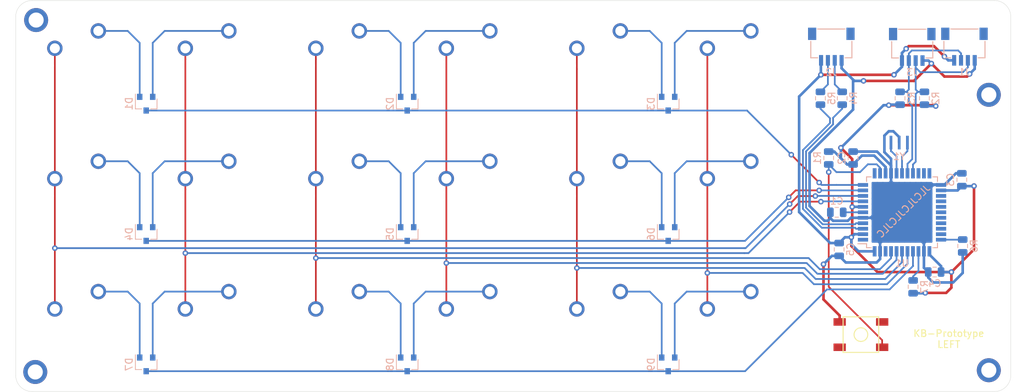
<source format=kicad_pcb>
(kicad_pcb (version 20171130) (host pcbnew "(5.1.2)-2")

  (general
    (thickness 1.6)
    (drawings 10)
    (tracks 403)
    (zones 0)
    (modules 49)
    (nets 56)
  )

  (page A4)
  (layers
    (0 F.Cu signal)
    (31 B.Cu signal)
    (32 B.Adhes user)
    (33 F.Adhes user)
    (34 B.Paste user)
    (35 F.Paste user)
    (36 B.SilkS user)
    (37 F.SilkS user)
    (38 B.Mask user)
    (39 F.Mask user)
    (40 Dwgs.User user)
    (41 Cmts.User user)
    (42 Eco1.User user)
    (43 Eco2.User user)
    (44 Edge.Cuts user)
    (45 Margin user)
    (46 B.CrtYd user)
    (47 F.CrtYd user)
    (48 B.Fab user)
    (49 F.Fab user)
  )

  (setup
    (last_trace_width 0.25)
    (trace_clearance 0.2)
    (zone_clearance 0.508)
    (zone_45_only no)
    (trace_min 0.2)
    (via_size 0.8)
    (via_drill 0.4)
    (via_min_size 0.4)
    (via_min_drill 0.3)
    (uvia_size 0.3)
    (uvia_drill 0.1)
    (uvias_allowed no)
    (uvia_min_size 0.2)
    (uvia_min_drill 0.1)
    (edge_width 0.05)
    (segment_width 0.2)
    (pcb_text_width 0.3)
    (pcb_text_size 1.5 1.5)
    (mod_edge_width 0.12)
    (mod_text_size 1 1)
    (mod_text_width 0.15)
    (pad_size 1.524 1.524)
    (pad_drill 0.762)
    (pad_to_mask_clearance 0.051)
    (solder_mask_min_width 0.25)
    (aux_axis_origin 0 0)
    (visible_elements 7FFFEFFF)
    (pcbplotparams
      (layerselection 0x010f0_ffffffff)
      (usegerberextensions true)
      (usegerberattributes false)
      (usegerberadvancedattributes false)
      (creategerberjobfile false)
      (excludeedgelayer true)
      (linewidth 0.100000)
      (plotframeref false)
      (viasonmask false)
      (mode 1)
      (useauxorigin false)
      (hpglpennumber 1)
      (hpglpenspeed 20)
      (hpglpendiameter 15.000000)
      (psnegative false)
      (psa4output false)
      (plotreference true)
      (plotvalue true)
      (plotinvisibletext false)
      (padsonsilk false)
      (subtractmaskfromsilk true)
      (outputformat 1)
      (mirror false)
      (drillshape 0)
      (scaleselection 1)
      (outputdirectory "Gerbers"))
  )

  (net 0 "")
  (net 1 GND)
  (net 2 "Net-(C1-Pad1)")
  (net 3 +5V)
  (net 4 ROW0)
  (net 5 "Net-(D1-Pad2)")
  (net 6 "Net-(D1-Pad1)")
  (net 7 "Net-(D2-Pad2)")
  (net 8 "Net-(D2-Pad1)")
  (net 9 "Net-(D3-Pad2)")
  (net 10 "Net-(D3-Pad1)")
  (net 11 ROW1)
  (net 12 "Net-(D4-Pad2)")
  (net 13 "Net-(D4-Pad1)")
  (net 14 "Net-(D5-Pad2)")
  (net 15 "Net-(D5-Pad1)")
  (net 16 "Net-(D6-Pad2)")
  (net 17 "Net-(D6-Pad1)")
  (net 18 ROW2)
  (net 19 "Net-(D7-Pad2)")
  (net 20 "Net-(D7-Pad1)")
  (net 21 "Net-(D8-Pad2)")
  (net 22 "Net-(D8-Pad1)")
  (net 23 "Net-(D9-Pad2)")
  (net 24 "Net-(D9-Pad1)")
  (net 25 SCL)
  (net 26 SDA)
  (net 27 D-)
  (net 28 D+)
  (net 29 COL0)
  (net 30 COL1)
  (net 31 COL2)
  (net 32 COL3)
  (net 33 COL4)
  (net 34 COL5)
  (net 35 "Net-(R1-Pad2)")
  (net 36 "Net-(R4-Pad1)")
  (net 37 "Net-(R5-Pad1)")
  (net 38 "Net-(R6-Pad2)")
  (net 39 "Net-(R7-Pad2)")
  (net 40 "Net-(U1-Pad42)")
  (net 41 "Net-(U1-Pad32)")
  (net 42 "Net-(U1-Pad31)")
  (net 43 "Net-(U1-Pad30)")
  (net 44 "Net-(U1-Pad29)")
  (net 45 "Net-(U1-Pad28)")
  (net 46 "Net-(U1-Pad27)")
  (net 47 "Net-(U1-Pad26)")
  (net 48 "Net-(U1-Pad25)")
  (net 49 "Net-(U1-Pad22)")
  (net 50 "Net-(U1-Pad21)")
  (net 51 "Net-(U1-Pad20)")
  (net 52 "Net-(U1-Pad17)")
  (net 53 "Net-(U1-Pad16)")
  (net 54 "Net-(U1-Pad12)")
  (net 55 "Net-(U1-Pad1)")

  (net_class Default "This is the default net class."
    (clearance 0.2)
    (trace_width 0.25)
    (via_dia 0.8)
    (via_drill 0.4)
    (uvia_dia 0.3)
    (uvia_drill 0.1)
    (add_net COL0)
    (add_net COL1)
    (add_net COL2)
    (add_net COL3)
    (add_net COL4)
    (add_net COL5)
    (add_net D+)
    (add_net D-)
    (add_net "Net-(C1-Pad1)")
    (add_net "Net-(D1-Pad1)")
    (add_net "Net-(D1-Pad2)")
    (add_net "Net-(D2-Pad1)")
    (add_net "Net-(D2-Pad2)")
    (add_net "Net-(D3-Pad1)")
    (add_net "Net-(D3-Pad2)")
    (add_net "Net-(D4-Pad1)")
    (add_net "Net-(D4-Pad2)")
    (add_net "Net-(D5-Pad1)")
    (add_net "Net-(D5-Pad2)")
    (add_net "Net-(D6-Pad1)")
    (add_net "Net-(D6-Pad2)")
    (add_net "Net-(D7-Pad1)")
    (add_net "Net-(D7-Pad2)")
    (add_net "Net-(D8-Pad1)")
    (add_net "Net-(D8-Pad2)")
    (add_net "Net-(D9-Pad1)")
    (add_net "Net-(D9-Pad2)")
    (add_net "Net-(R1-Pad2)")
    (add_net "Net-(R4-Pad1)")
    (add_net "Net-(R5-Pad1)")
    (add_net "Net-(R6-Pad2)")
    (add_net "Net-(R7-Pad2)")
    (add_net "Net-(U1-Pad1)")
    (add_net "Net-(U1-Pad12)")
    (add_net "Net-(U1-Pad16)")
    (add_net "Net-(U1-Pad17)")
    (add_net "Net-(U1-Pad20)")
    (add_net "Net-(U1-Pad21)")
    (add_net "Net-(U1-Pad22)")
    (add_net "Net-(U1-Pad25)")
    (add_net "Net-(U1-Pad26)")
    (add_net "Net-(U1-Pad27)")
    (add_net "Net-(U1-Pad28)")
    (add_net "Net-(U1-Pad29)")
    (add_net "Net-(U1-Pad30)")
    (add_net "Net-(U1-Pad31)")
    (add_net "Net-(U1-Pad32)")
    (add_net "Net-(U1-Pad42)")
    (add_net ROW0)
    (add_net ROW1)
    (add_net ROW2)
    (add_net SCL)
    (add_net SDA)
  )

  (net_class Power ""
    (clearance 0.2)
    (trace_width 0.381)
    (via_dia 0.8)
    (via_drill 0.4)
    (uvia_dia 0.3)
    (uvia_drill 0.1)
    (add_net +5V)
    (add_net GND)
  )

  (module random-keyboard-parts:Generic-Mounthole (layer F.Cu) (tedit 5C91B17B) (tstamp 5F0A2FBF)
    (at 165.862 77.851)
    (path /5F0A6CB7)
    (attr virtual)
    (fp_text reference H4 (at 0 2) (layer Dwgs.User)
      (effects (font (size 1 1) (thickness 0.15)))
    )
    (fp_text value MountingHole (at 0 -2) (layer Dwgs.User)
      (effects (font (size 1 1) (thickness 0.15)))
    )
    (pad 1 thru_hole circle (at 0 0) (size 3.5 3.5) (drill 2.2) (layers *.Cu *.Mask))
  )

  (module random-keyboard-parts:Generic-Mounthole (layer F.Cu) (tedit 5C91B17B) (tstamp 5F0A2FBA)
    (at 165.862 37.592)
    (path /5F0A6A00)
    (attr virtual)
    (fp_text reference H3 (at 0 2) (layer Dwgs.User)
      (effects (font (size 1 1) (thickness 0.15)))
    )
    (fp_text value MountingHole (at 0 -2) (layer Dwgs.User)
      (effects (font (size 1 1) (thickness 0.15)))
    )
    (pad 1 thru_hole circle (at 0 0) (size 3.5 3.5) (drill 2.2) (layers *.Cu *.Mask))
  )

  (module random-keyboard-parts:Generic-Mounthole (layer F.Cu) (tedit 5C91B17B) (tstamp 5F0A2FB5)
    (at 26.67 78.105)
    (path /5F0A65F2)
    (attr virtual)
    (fp_text reference H2 (at 0 2) (layer Dwgs.User)
      (effects (font (size 1 1) (thickness 0.15)))
    )
    (fp_text value MountingHole (at 0 -2) (layer Dwgs.User)
      (effects (font (size 1 1) (thickness 0.15)))
    )
    (pad 1 thru_hole circle (at 0 0) (size 3.5 3.5) (drill 2.2) (layers *.Cu *.Mask))
  )

  (module random-keyboard-parts:Generic-Mounthole (layer F.Cu) (tedit 5C91B17B) (tstamp 5F0A2FB0)
    (at 26.797 26.67)
    (path /5F0A61CC)
    (attr virtual)
    (fp_text reference H1 (at 0 2) (layer Dwgs.User)
      (effects (font (size 1 1) (thickness 0.15)))
    )
    (fp_text value MountingHole (at 0 -2) (layer Dwgs.User)
      (effects (font (size 1 1) (thickness 0.15)))
    )
    (pad 1 thru_hole circle (at 0 0) (size 3.5 3.5) (drill 2.2) (layers *.Cu *.Mask))
  )

  (module DIMR_Keyboard_Parts:CSTCE (layer B.Cu) (tedit 5D0FE936) (tstamp 5F0A288F)
    (at 152.781 44.577 180)
    (path /5F0B38D9)
    (fp_text reference Y1 (at -0.01524 -2.032) (layer B.SilkS)
      (effects (font (size 1 1) (thickness 0.15)) (justify mirror))
    )
    (fp_text value Resonator_Small (at 0 0.5) (layer B.Fab)
      (effects (font (size 1 1) (thickness 0.15)) (justify mirror))
    )
    (fp_line (start -1.50876 -0.65532) (end -1.50876 0.63754) (layer Dwgs.User) (width 0.15))
    (fp_line (start 1.51384 -0.65278) (end 1.51384 0.64008) (layer Dwgs.User) (width 0.15))
    (fp_line (start -1.51124 -0.65532) (end 1.50876 -0.65532) (layer Dwgs.User) (width 0.15))
    (fp_line (start -1.51 0.65) (end 1.51 0.65) (layer Dwgs.User) (width 0.15))
    (pad 3 smd rect (at 1.2 0 180) (size 0.4 2) (layers B.Cu B.Paste B.Mask)
      (net 53 "Net-(U1-Pad16)"))
    (pad 1 smd rect (at -1.2 0 180) (size 0.4 2) (layers B.Cu B.Paste B.Mask)
      (net 52 "Net-(U1-Pad17)"))
    (pad 2 smd rect (at 0 0 180) (size 0.4 2) (layers B.Cu B.Paste B.Mask)
      (net 1 GND))
  )

  (module Package_QFP:TQFP-44_10x10mm_P0.8mm (layer B.Cu) (tedit 5A02F146) (tstamp 5F0A16D7)
    (at 153.19375 54.76875)
    (descr "44-Lead Plastic Thin Quad Flatpack (PT) - 10x10x1.0 mm Body [TQFP] (see Microchip Packaging Specification 00000049BS.pdf)")
    (tags "QFP 0.8")
    (path /5F099C2F)
    (attr smd)
    (fp_text reference U1 (at 0 7.45) (layer B.SilkS)
      (effects (font (size 1 1) (thickness 0.15)) (justify mirror))
    )
    (fp_text value ATmega32U4-AU (at 0 -7.45) (layer B.Fab)
      (effects (font (size 1 1) (thickness 0.15)) (justify mirror))
    )
    (fp_line (start -5.175 4.6) (end -6.45 4.6) (layer B.SilkS) (width 0.15))
    (fp_line (start 5.175 5.175) (end 4.5 5.175) (layer B.SilkS) (width 0.15))
    (fp_line (start 5.175 -5.175) (end 4.5 -5.175) (layer B.SilkS) (width 0.15))
    (fp_line (start -5.175 -5.175) (end -4.5 -5.175) (layer B.SilkS) (width 0.15))
    (fp_line (start -5.175 5.175) (end -4.5 5.175) (layer B.SilkS) (width 0.15))
    (fp_line (start -5.175 -5.175) (end -5.175 -4.5) (layer B.SilkS) (width 0.15))
    (fp_line (start 5.175 -5.175) (end 5.175 -4.5) (layer B.SilkS) (width 0.15))
    (fp_line (start 5.175 5.175) (end 5.175 4.5) (layer B.SilkS) (width 0.15))
    (fp_line (start -5.175 5.175) (end -5.175 4.6) (layer B.SilkS) (width 0.15))
    (fp_line (start -6.7 -6.7) (end 6.7 -6.7) (layer B.CrtYd) (width 0.05))
    (fp_line (start -6.7 6.7) (end 6.7 6.7) (layer B.CrtYd) (width 0.05))
    (fp_line (start 6.7 6.7) (end 6.7 -6.7) (layer B.CrtYd) (width 0.05))
    (fp_line (start -6.7 6.7) (end -6.7 -6.7) (layer B.CrtYd) (width 0.05))
    (fp_line (start -5 4) (end -4 5) (layer B.Fab) (width 0.15))
    (fp_line (start -5 -5) (end -5 4) (layer B.Fab) (width 0.15))
    (fp_line (start 5 -5) (end -5 -5) (layer B.Fab) (width 0.15))
    (fp_line (start 5 5) (end 5 -5) (layer B.Fab) (width 0.15))
    (fp_line (start -4 5) (end 5 5) (layer B.Fab) (width 0.15))
    (fp_text user %R (at 0 0) (layer B.Fab)
      (effects (font (size 1 1) (thickness 0.15)) (justify mirror))
    )
    (pad 44 smd rect (at -4 5.7 270) (size 1.5 0.55) (layers B.Cu B.Paste B.Mask)
      (net 3 +5V))
    (pad 43 smd rect (at -3.2 5.7 270) (size 1.5 0.55) (layers B.Cu B.Paste B.Mask)
      (net 1 GND))
    (pad 42 smd rect (at -2.4 5.7 270) (size 1.5 0.55) (layers B.Cu B.Paste B.Mask)
      (net 40 "Net-(U1-Pad42)"))
    (pad 41 smd rect (at -1.6 5.7 270) (size 1.5 0.55) (layers B.Cu B.Paste B.Mask)
      (net 31 COL2))
    (pad 40 smd rect (at -0.8 5.7 270) (size 1.5 0.55) (layers B.Cu B.Paste B.Mask)
      (net 32 COL3))
    (pad 39 smd rect (at 0 5.7 270) (size 1.5 0.55) (layers B.Cu B.Paste B.Mask)
      (net 33 COL4))
    (pad 38 smd rect (at 0.8 5.7 270) (size 1.5 0.55) (layers B.Cu B.Paste B.Mask)
      (net 34 COL5))
    (pad 37 smd rect (at 1.6 5.7 270) (size 1.5 0.55) (layers B.Cu B.Paste B.Mask)
      (net 18 ROW2))
    (pad 36 smd rect (at 2.4 5.7 270) (size 1.5 0.55) (layers B.Cu B.Paste B.Mask)
      (net 39 "Net-(R7-Pad2)"))
    (pad 35 smd rect (at 3.2 5.7 270) (size 1.5 0.55) (layers B.Cu B.Paste B.Mask)
      (net 1 GND))
    (pad 34 smd rect (at 4 5.7 270) (size 1.5 0.55) (layers B.Cu B.Paste B.Mask)
      (net 3 +5V))
    (pad 33 smd rect (at 5.7 4) (size 1.5 0.55) (layers B.Cu B.Paste B.Mask)
      (net 38 "Net-(R6-Pad2)"))
    (pad 32 smd rect (at 5.7 3.2) (size 1.5 0.55) (layers B.Cu B.Paste B.Mask)
      (net 41 "Net-(U1-Pad32)"))
    (pad 31 smd rect (at 5.7 2.4) (size 1.5 0.55) (layers B.Cu B.Paste B.Mask)
      (net 42 "Net-(U1-Pad31)"))
    (pad 30 smd rect (at 5.7 1.6) (size 1.5 0.55) (layers B.Cu B.Paste B.Mask)
      (net 43 "Net-(U1-Pad30)"))
    (pad 29 smd rect (at 5.7 0.8) (size 1.5 0.55) (layers B.Cu B.Paste B.Mask)
      (net 44 "Net-(U1-Pad29)"))
    (pad 28 smd rect (at 5.7 0) (size 1.5 0.55) (layers B.Cu B.Paste B.Mask)
      (net 45 "Net-(U1-Pad28)"))
    (pad 27 smd rect (at 5.7 -0.8) (size 1.5 0.55) (layers B.Cu B.Paste B.Mask)
      (net 46 "Net-(U1-Pad27)"))
    (pad 26 smd rect (at 5.7 -1.6) (size 1.5 0.55) (layers B.Cu B.Paste B.Mask)
      (net 47 "Net-(U1-Pad26)"))
    (pad 25 smd rect (at 5.7 -2.4) (size 1.5 0.55) (layers B.Cu B.Paste B.Mask)
      (net 48 "Net-(U1-Pad25)"))
    (pad 24 smd rect (at 5.7 -3.2) (size 1.5 0.55) (layers B.Cu B.Paste B.Mask)
      (net 3 +5V))
    (pad 23 smd rect (at 5.7 -4) (size 1.5 0.55) (layers B.Cu B.Paste B.Mask)
      (net 1 GND))
    (pad 22 smd rect (at 4 -5.7 270) (size 1.5 0.55) (layers B.Cu B.Paste B.Mask)
      (net 49 "Net-(U1-Pad22)"))
    (pad 21 smd rect (at 3.2 -5.7 270) (size 1.5 0.55) (layers B.Cu B.Paste B.Mask)
      (net 50 "Net-(U1-Pad21)"))
    (pad 20 smd rect (at 2.4 -5.7 270) (size 1.5 0.55) (layers B.Cu B.Paste B.Mask)
      (net 51 "Net-(U1-Pad20)"))
    (pad 19 smd rect (at 1.6 -5.7 270) (size 1.5 0.55) (layers B.Cu B.Paste B.Mask)
      (net 26 SDA))
    (pad 18 smd rect (at 0.8 -5.7 270) (size 1.5 0.55) (layers B.Cu B.Paste B.Mask)
      (net 25 SCL))
    (pad 17 smd rect (at 0 -5.7 270) (size 1.5 0.55) (layers B.Cu B.Paste B.Mask)
      (net 52 "Net-(U1-Pad17)"))
    (pad 16 smd rect (at -0.8 -5.7 270) (size 1.5 0.55) (layers B.Cu B.Paste B.Mask)
      (net 53 "Net-(U1-Pad16)"))
    (pad 15 smd rect (at -1.6 -5.7 270) (size 1.5 0.55) (layers B.Cu B.Paste B.Mask)
      (net 1 GND))
    (pad 14 smd rect (at -2.4 -5.7 270) (size 1.5 0.55) (layers B.Cu B.Paste B.Mask)
      (net 3 +5V))
    (pad 13 smd rect (at -3.2 -5.7 270) (size 1.5 0.55) (layers B.Cu B.Paste B.Mask)
      (net 35 "Net-(R1-Pad2)"))
    (pad 12 smd rect (at -4 -5.7 270) (size 1.5 0.55) (layers B.Cu B.Paste B.Mask)
      (net 54 "Net-(U1-Pad12)"))
    (pad 11 smd rect (at -5.7 -4) (size 1.5 0.55) (layers B.Cu B.Paste B.Mask)
      (net 4 ROW0))
    (pad 10 smd rect (at -5.7 -3.2) (size 1.5 0.55) (layers B.Cu B.Paste B.Mask)
      (net 11 ROW1))
    (pad 9 smd rect (at -5.7 -2.4) (size 1.5 0.55) (layers B.Cu B.Paste B.Mask)
      (net 29 COL0))
    (pad 8 smd rect (at -5.7 -1.6) (size 1.5 0.55) (layers B.Cu B.Paste B.Mask)
      (net 30 COL1))
    (pad 7 smd rect (at -5.7 -0.8) (size 1.5 0.55) (layers B.Cu B.Paste B.Mask)
      (net 3 +5V))
    (pad 6 smd rect (at -5.7 0) (size 1.5 0.55) (layers B.Cu B.Paste B.Mask)
      (net 2 "Net-(C1-Pad1)"))
    (pad 5 smd rect (at -5.7 0.8) (size 1.5 0.55) (layers B.Cu B.Paste B.Mask)
      (net 1 GND))
    (pad 4 smd rect (at -5.7 1.6) (size 1.5 0.55) (layers B.Cu B.Paste B.Mask)
      (net 36 "Net-(R4-Pad1)"))
    (pad 3 smd rect (at -5.7 2.4) (size 1.5 0.55) (layers B.Cu B.Paste B.Mask)
      (net 37 "Net-(R5-Pad1)"))
    (pad 2 smd rect (at -5.7 3.2) (size 1.5 0.55) (layers B.Cu B.Paste B.Mask)
      (net 3 +5V))
    (pad 1 smd rect (at -5.7 4) (size 1.5 0.55) (layers B.Cu B.Paste B.Mask)
      (net 55 "Net-(U1-Pad1)"))
    (model ${KISYS3DMOD}/Package_QFP.3dshapes/TQFP-44_10x10mm_P0.8mm.wrl
      (at (xyz 0 0 0))
      (scale (xyz 1 1 1))
      (rotate (xyz 0 0 0))
    )
  )

  (module random-keyboard-parts:SKQG-1155865 (layer F.Cu) (tedit 5E62B398) (tstamp 5F09FF25)
    (at 147.193 72.644 180)
    (path /5F0B8E0E)
    (attr smd)
    (fp_text reference SW1 (at 0 4.064) (layer F.SilkS) hide
      (effects (font (size 1 1) (thickness 0.15)))
    )
    (fp_text value SW_Push (at 0 -4.064) (layer F.Fab)
      (effects (font (size 1 1) (thickness 0.15)))
    )
    (fp_line (start -2.6 -2.6) (end 2.6 -2.6) (layer F.SilkS) (width 0.15))
    (fp_line (start 2.6 -2.6) (end 2.6 2.6) (layer F.SilkS) (width 0.15))
    (fp_line (start 2.6 2.6) (end -2.6 2.6) (layer F.SilkS) (width 0.15))
    (fp_line (start -2.6 2.6) (end -2.6 -2.6) (layer F.SilkS) (width 0.15))
    (fp_circle (center 0 0) (end 1 0) (layer F.SilkS) (width 0.15))
    (fp_line (start -4.2 -2.6) (end 4.2 -2.6) (layer F.Fab) (width 0.15))
    (fp_line (start 4.2 -2.6) (end 4.2 -1.2) (layer F.Fab) (width 0.15))
    (fp_line (start 4.2 -1.1) (end 2.6 -1.1) (layer F.Fab) (width 0.15))
    (fp_line (start 2.6 -1.1) (end 2.6 1.1) (layer F.Fab) (width 0.15))
    (fp_line (start 2.6 1.1) (end 4.2 1.1) (layer F.Fab) (width 0.15))
    (fp_line (start 4.2 1.1) (end 4.2 2.6) (layer F.Fab) (width 0.15))
    (fp_line (start 4.2 2.6) (end -4.2 2.6) (layer F.Fab) (width 0.15))
    (fp_line (start -4.2 2.6) (end -4.2 1.1) (layer F.Fab) (width 0.15))
    (fp_line (start -4.2 1.1) (end -2.6 1.1) (layer F.Fab) (width 0.15))
    (fp_line (start -2.6 1.1) (end -2.6 -1.1) (layer F.Fab) (width 0.15))
    (fp_line (start -2.6 -1.1) (end -4.2 -1.1) (layer F.Fab) (width 0.15))
    (fp_line (start -4.2 -1.1) (end -4.2 -2.6) (layer F.Fab) (width 0.15))
    (fp_circle (center 0 0) (end 1 0) (layer F.Fab) (width 0.15))
    (fp_line (start -2.6 -1.1) (end -1.1 -2.6) (layer F.Fab) (width 0.15))
    (fp_line (start 2.6 -1.1) (end 1.1 -2.6) (layer F.Fab) (width 0.15))
    (fp_line (start 2.6 1.1) (end 1.1 2.6) (layer F.Fab) (width 0.15))
    (fp_line (start -2.6 1.1) (end -1.1 2.6) (layer F.Fab) (width 0.15))
    (pad 4 smd rect (at -3.1 1.85 180) (size 1.8 1.1) (layers F.Cu F.Paste F.Mask))
    (pad 3 smd rect (at 3.1 -1.85 180) (size 1.8 1.1) (layers F.Cu F.Paste F.Mask))
    (pad 2 smd rect (at -3.1 -1.85 180) (size 1.8 1.1) (layers F.Cu F.Paste F.Mask)
      (net 35 "Net-(R1-Pad2)"))
    (pad 1 smd rect (at 3.1 1.85 180) (size 1.8 1.1) (layers F.Cu F.Paste F.Mask)
      (net 1 GND))
    (model ${KISYS3DMOD}/Button_Switch_SMD.3dshapes/SW_SPST_TL3342.step
      (at (xyz 0 0 0))
      (scale (xyz 1 1 1))
      (rotate (xyz 0 0 0))
    )
  )

  (module Resistor_SMD:R_0805_2012Metric (layer B.Cu) (tedit 5B36C52B) (tstamp 5F09FF07)
    (at 154.813 65.659 90)
    (descr "Resistor SMD 0805 (2012 Metric), square (rectangular) end terminal, IPC_7351 nominal, (Body size source: https://docs.google.com/spreadsheets/d/1BsfQQcO9C6DZCsRaXUlFlo91Tg2WpOkGARC1WS5S8t0/edit?usp=sharing), generated with kicad-footprint-generator")
    (tags resistor)
    (path /5F1774D5)
    (attr smd)
    (fp_text reference R7 (at 0 1.65 90) (layer B.SilkS)
      (effects (font (size 1 1) (thickness 0.15)) (justify mirror))
    )
    (fp_text value 10k (at 0 -1.65 90) (layer B.Fab)
      (effects (font (size 1 1) (thickness 0.15)) (justify mirror))
    )
    (fp_text user %R (at 0 0 90) (layer B.Fab)
      (effects (font (size 0.5 0.5) (thickness 0.08)) (justify mirror))
    )
    (fp_line (start 1.68 -0.95) (end -1.68 -0.95) (layer B.CrtYd) (width 0.05))
    (fp_line (start 1.68 0.95) (end 1.68 -0.95) (layer B.CrtYd) (width 0.05))
    (fp_line (start -1.68 0.95) (end 1.68 0.95) (layer B.CrtYd) (width 0.05))
    (fp_line (start -1.68 -0.95) (end -1.68 0.95) (layer B.CrtYd) (width 0.05))
    (fp_line (start -0.258578 -0.71) (end 0.258578 -0.71) (layer B.SilkS) (width 0.12))
    (fp_line (start -0.258578 0.71) (end 0.258578 0.71) (layer B.SilkS) (width 0.12))
    (fp_line (start 1 -0.6) (end -1 -0.6) (layer B.Fab) (width 0.1))
    (fp_line (start 1 0.6) (end 1 -0.6) (layer B.Fab) (width 0.1))
    (fp_line (start -1 0.6) (end 1 0.6) (layer B.Fab) (width 0.1))
    (fp_line (start -1 -0.6) (end -1 0.6) (layer B.Fab) (width 0.1))
    (pad 2 smd roundrect (at 0.9375 0 90) (size 0.975 1.4) (layers B.Cu B.Paste B.Mask) (roundrect_rratio 0.25)
      (net 39 "Net-(R7-Pad2)"))
    (pad 1 smd roundrect (at -0.9375 0 90) (size 0.975 1.4) (layers B.Cu B.Paste B.Mask) (roundrect_rratio 0.25)
      (net 3 +5V))
    (model ${KISYS3DMOD}/Resistor_SMD.3dshapes/R_0805_2012Metric.wrl
      (at (xyz 0 0 0))
      (scale (xyz 1 1 1))
      (rotate (xyz 0 0 0))
    )
  )

  (module Resistor_SMD:R_0805_2012Metric (layer B.Cu) (tedit 5B36C52B) (tstamp 5F09FEF6)
    (at 162.052 59.69 90)
    (descr "Resistor SMD 0805 (2012 Metric), square (rectangular) end terminal, IPC_7351 nominal, (Body size source: https://docs.google.com/spreadsheets/d/1BsfQQcO9C6DZCsRaXUlFlo91Tg2WpOkGARC1WS5S8t0/edit?usp=sharing), generated with kicad-footprint-generator")
    (tags resistor)
    (path /5F0A0494)
    (attr smd)
    (fp_text reference R6 (at 0 1.65 90) (layer B.SilkS)
      (effects (font (size 1 1) (thickness 0.15)) (justify mirror))
    )
    (fp_text value 10k (at 0 -1.65 90) (layer B.Fab)
      (effects (font (size 1 1) (thickness 0.15)) (justify mirror))
    )
    (fp_text user %R (at 0 0 90) (layer B.Fab)
      (effects (font (size 0.5 0.5) (thickness 0.08)) (justify mirror))
    )
    (fp_line (start 1.68 -0.95) (end -1.68 -0.95) (layer B.CrtYd) (width 0.05))
    (fp_line (start 1.68 0.95) (end 1.68 -0.95) (layer B.CrtYd) (width 0.05))
    (fp_line (start -1.68 0.95) (end 1.68 0.95) (layer B.CrtYd) (width 0.05))
    (fp_line (start -1.68 -0.95) (end -1.68 0.95) (layer B.CrtYd) (width 0.05))
    (fp_line (start -0.258578 -0.71) (end 0.258578 -0.71) (layer B.SilkS) (width 0.12))
    (fp_line (start -0.258578 0.71) (end 0.258578 0.71) (layer B.SilkS) (width 0.12))
    (fp_line (start 1 -0.6) (end -1 -0.6) (layer B.Fab) (width 0.1))
    (fp_line (start 1 0.6) (end 1 -0.6) (layer B.Fab) (width 0.1))
    (fp_line (start -1 0.6) (end 1 0.6) (layer B.Fab) (width 0.1))
    (fp_line (start -1 -0.6) (end -1 0.6) (layer B.Fab) (width 0.1))
    (pad 2 smd roundrect (at 0.9375 0 90) (size 0.975 1.4) (layers B.Cu B.Paste B.Mask) (roundrect_rratio 0.25)
      (net 38 "Net-(R6-Pad2)"))
    (pad 1 smd roundrect (at -0.9375 0 90) (size 0.975 1.4) (layers B.Cu B.Paste B.Mask) (roundrect_rratio 0.25)
      (net 1 GND))
    (model ${KISYS3DMOD}/Resistor_SMD.3dshapes/R_0805_2012Metric.wrl
      (at (xyz 0 0 0))
      (scale (xyz 1 1 1))
      (rotate (xyz 0 0 0))
    )
  )

  (module Resistor_SMD:R_0805_2012Metric (layer B.Cu) (tedit 5B36C52B) (tstamp 5F09FEE5)
    (at 141.2875 38.1 90)
    (descr "Resistor SMD 0805 (2012 Metric), square (rectangular) end terminal, IPC_7351 nominal, (Body size source: https://docs.google.com/spreadsheets/d/1BsfQQcO9C6DZCsRaXUlFlo91Tg2WpOkGARC1WS5S8t0/edit?usp=sharing), generated with kicad-footprint-generator")
    (tags resistor)
    (path /5F0A241D)
    (attr smd)
    (fp_text reference R5 (at 0 1.65 90) (layer B.SilkS)
      (effects (font (size 1 1) (thickness 0.15)) (justify mirror))
    )
    (fp_text value 22 (at 0 -1.65 90) (layer B.Fab)
      (effects (font (size 1 1) (thickness 0.15)) (justify mirror))
    )
    (fp_text user %R (at 0 0 90) (layer B.Fab)
      (effects (font (size 0.5 0.5) (thickness 0.08)) (justify mirror))
    )
    (fp_line (start 1.68 -0.95) (end -1.68 -0.95) (layer B.CrtYd) (width 0.05))
    (fp_line (start 1.68 0.95) (end 1.68 -0.95) (layer B.CrtYd) (width 0.05))
    (fp_line (start -1.68 0.95) (end 1.68 0.95) (layer B.CrtYd) (width 0.05))
    (fp_line (start -1.68 -0.95) (end -1.68 0.95) (layer B.CrtYd) (width 0.05))
    (fp_line (start -0.258578 -0.71) (end 0.258578 -0.71) (layer B.SilkS) (width 0.12))
    (fp_line (start -0.258578 0.71) (end 0.258578 0.71) (layer B.SilkS) (width 0.12))
    (fp_line (start 1 -0.6) (end -1 -0.6) (layer B.Fab) (width 0.1))
    (fp_line (start 1 0.6) (end 1 -0.6) (layer B.Fab) (width 0.1))
    (fp_line (start -1 0.6) (end 1 0.6) (layer B.Fab) (width 0.1))
    (fp_line (start -1 -0.6) (end -1 0.6) (layer B.Fab) (width 0.1))
    (pad 2 smd roundrect (at 0.9375 0 90) (size 0.975 1.4) (layers B.Cu B.Paste B.Mask) (roundrect_rratio 0.25)
      (net 27 D-))
    (pad 1 smd roundrect (at -0.9375 0 90) (size 0.975 1.4) (layers B.Cu B.Paste B.Mask) (roundrect_rratio 0.25)
      (net 37 "Net-(R5-Pad1)"))
    (model ${KISYS3DMOD}/Resistor_SMD.3dshapes/R_0805_2012Metric.wrl
      (at (xyz 0 0 0))
      (scale (xyz 1 1 1))
      (rotate (xyz 0 0 0))
    )
  )

  (module Resistor_SMD:R_0805_2012Metric (layer B.Cu) (tedit 5B36C52B) (tstamp 5F09FED4)
    (at 144.4625 38.1 90)
    (descr "Resistor SMD 0805 (2012 Metric), square (rectangular) end terminal, IPC_7351 nominal, (Body size source: https://docs.google.com/spreadsheets/d/1BsfQQcO9C6DZCsRaXUlFlo91Tg2WpOkGARC1WS5S8t0/edit?usp=sharing), generated with kicad-footprint-generator")
    (tags resistor)
    (path /5F0A1BEE)
    (attr smd)
    (fp_text reference R4 (at 0 1.65 90) (layer B.SilkS)
      (effects (font (size 1 1) (thickness 0.15)) (justify mirror))
    )
    (fp_text value 22 (at 0 -1.65 90) (layer B.Fab)
      (effects (font (size 1 1) (thickness 0.15)) (justify mirror))
    )
    (fp_text user %R (at 0 0 90) (layer B.Fab)
      (effects (font (size 0.5 0.5) (thickness 0.08)) (justify mirror))
    )
    (fp_line (start 1.68 -0.95) (end -1.68 -0.95) (layer B.CrtYd) (width 0.05))
    (fp_line (start 1.68 0.95) (end 1.68 -0.95) (layer B.CrtYd) (width 0.05))
    (fp_line (start -1.68 0.95) (end 1.68 0.95) (layer B.CrtYd) (width 0.05))
    (fp_line (start -1.68 -0.95) (end -1.68 0.95) (layer B.CrtYd) (width 0.05))
    (fp_line (start -0.258578 -0.71) (end 0.258578 -0.71) (layer B.SilkS) (width 0.12))
    (fp_line (start -0.258578 0.71) (end 0.258578 0.71) (layer B.SilkS) (width 0.12))
    (fp_line (start 1 -0.6) (end -1 -0.6) (layer B.Fab) (width 0.1))
    (fp_line (start 1 0.6) (end 1 -0.6) (layer B.Fab) (width 0.1))
    (fp_line (start -1 0.6) (end 1 0.6) (layer B.Fab) (width 0.1))
    (fp_line (start -1 -0.6) (end -1 0.6) (layer B.Fab) (width 0.1))
    (pad 2 smd roundrect (at 0.9375 0 90) (size 0.975 1.4) (layers B.Cu B.Paste B.Mask) (roundrect_rratio 0.25)
      (net 28 D+))
    (pad 1 smd roundrect (at -0.9375 0 90) (size 0.975 1.4) (layers B.Cu B.Paste B.Mask) (roundrect_rratio 0.25)
      (net 36 "Net-(R4-Pad1)"))
    (model ${KISYS3DMOD}/Resistor_SMD.3dshapes/R_0805_2012Metric.wrl
      (at (xyz 0 0 0))
      (scale (xyz 1 1 1))
      (rotate (xyz 0 0 0))
    )
  )

  (module Resistor_SMD:R_0805_2012Metric (layer B.Cu) (tedit 5B36C52B) (tstamp 5F09FEC3)
    (at 152.908 38.1 90)
    (descr "Resistor SMD 0805 (2012 Metric), square (rectangular) end terminal, IPC_7351 nominal, (Body size source: https://docs.google.com/spreadsheets/d/1BsfQQcO9C6DZCsRaXUlFlo91Tg2WpOkGARC1WS5S8t0/edit?usp=sharing), generated with kicad-footprint-generator")
    (tags resistor)
    (path /5F0C16CE)
    (attr smd)
    (fp_text reference R3 (at 0 1.65 90) (layer B.SilkS)
      (effects (font (size 1 1) (thickness 0.15)) (justify mirror))
    )
    (fp_text value 4.7k (at 0 -1.65 90) (layer B.Fab)
      (effects (font (size 1 1) (thickness 0.15)) (justify mirror))
    )
    (fp_text user %R (at 0 0 90) (layer B.Fab)
      (effects (font (size 0.5 0.5) (thickness 0.08)) (justify mirror))
    )
    (fp_line (start 1.68 -0.95) (end -1.68 -0.95) (layer B.CrtYd) (width 0.05))
    (fp_line (start 1.68 0.95) (end 1.68 -0.95) (layer B.CrtYd) (width 0.05))
    (fp_line (start -1.68 0.95) (end 1.68 0.95) (layer B.CrtYd) (width 0.05))
    (fp_line (start -1.68 -0.95) (end -1.68 0.95) (layer B.CrtYd) (width 0.05))
    (fp_line (start -0.258578 -0.71) (end 0.258578 -0.71) (layer B.SilkS) (width 0.12))
    (fp_line (start -0.258578 0.71) (end 0.258578 0.71) (layer B.SilkS) (width 0.12))
    (fp_line (start 1 -0.6) (end -1 -0.6) (layer B.Fab) (width 0.1))
    (fp_line (start 1 0.6) (end 1 -0.6) (layer B.Fab) (width 0.1))
    (fp_line (start -1 0.6) (end 1 0.6) (layer B.Fab) (width 0.1))
    (fp_line (start -1 -0.6) (end -1 0.6) (layer B.Fab) (width 0.1))
    (pad 2 smd roundrect (at 0.9375 0 90) (size 0.975 1.4) (layers B.Cu B.Paste B.Mask) (roundrect_rratio 0.25)
      (net 25 SCL))
    (pad 1 smd roundrect (at -0.9375 0 90) (size 0.975 1.4) (layers B.Cu B.Paste B.Mask) (roundrect_rratio 0.25)
      (net 3 +5V))
    (model ${KISYS3DMOD}/Resistor_SMD.3dshapes/R_0805_2012Metric.wrl
      (at (xyz 0 0 0))
      (scale (xyz 1 1 1))
      (rotate (xyz 0 0 0))
    )
  )

  (module Resistor_SMD:R_0805_2012Metric (layer B.Cu) (tedit 5B36C52B) (tstamp 5F09FEB2)
    (at 156.464 38.1 90)
    (descr "Resistor SMD 0805 (2012 Metric), square (rectangular) end terminal, IPC_7351 nominal, (Body size source: https://docs.google.com/spreadsheets/d/1BsfQQcO9C6DZCsRaXUlFlo91Tg2WpOkGARC1WS5S8t0/edit?usp=sharing), generated with kicad-footprint-generator")
    (tags resistor)
    (path /5F0C0CC9)
    (attr smd)
    (fp_text reference R2 (at 0 1.65 90) (layer B.SilkS)
      (effects (font (size 1 1) (thickness 0.15)) (justify mirror))
    )
    (fp_text value 4.7k (at 0 -1.65 90) (layer B.Fab)
      (effects (font (size 1 1) (thickness 0.15)) (justify mirror))
    )
    (fp_text user %R (at 0 0 90) (layer B.Fab)
      (effects (font (size 0.5 0.5) (thickness 0.08)) (justify mirror))
    )
    (fp_line (start 1.68 -0.95) (end -1.68 -0.95) (layer B.CrtYd) (width 0.05))
    (fp_line (start 1.68 0.95) (end 1.68 -0.95) (layer B.CrtYd) (width 0.05))
    (fp_line (start -1.68 0.95) (end 1.68 0.95) (layer B.CrtYd) (width 0.05))
    (fp_line (start -1.68 -0.95) (end -1.68 0.95) (layer B.CrtYd) (width 0.05))
    (fp_line (start -0.258578 -0.71) (end 0.258578 -0.71) (layer B.SilkS) (width 0.12))
    (fp_line (start -0.258578 0.71) (end 0.258578 0.71) (layer B.SilkS) (width 0.12))
    (fp_line (start 1 -0.6) (end -1 -0.6) (layer B.Fab) (width 0.1))
    (fp_line (start 1 0.6) (end 1 -0.6) (layer B.Fab) (width 0.1))
    (fp_line (start -1 0.6) (end 1 0.6) (layer B.Fab) (width 0.1))
    (fp_line (start -1 -0.6) (end -1 0.6) (layer B.Fab) (width 0.1))
    (pad 2 smd roundrect (at 0.9375 0 90) (size 0.975 1.4) (layers B.Cu B.Paste B.Mask) (roundrect_rratio 0.25)
      (net 26 SDA))
    (pad 1 smd roundrect (at -0.9375 0 90) (size 0.975 1.4) (layers B.Cu B.Paste B.Mask) (roundrect_rratio 0.25)
      (net 3 +5V))
    (model ${KISYS3DMOD}/Resistor_SMD.3dshapes/R_0805_2012Metric.wrl
      (at (xyz 0 0 0))
      (scale (xyz 1 1 1))
      (rotate (xyz 0 0 0))
    )
  )

  (module Resistor_SMD:R_0805_2012Metric (layer B.Cu) (tedit 5B36C52B) (tstamp 5F09FEA1)
    (at 142.494 46.83125 270)
    (descr "Resistor SMD 0805 (2012 Metric), square (rectangular) end terminal, IPC_7351 nominal, (Body size source: https://docs.google.com/spreadsheets/d/1BsfQQcO9C6DZCsRaXUlFlo91Tg2WpOkGARC1WS5S8t0/edit?usp=sharing), generated with kicad-footprint-generator")
    (tags resistor)
    (path /5F0BB9E5)
    (attr smd)
    (fp_text reference R1 (at 0 1.65 90) (layer B.SilkS)
      (effects (font (size 1 1) (thickness 0.15)) (justify mirror))
    )
    (fp_text value 10k (at 0 -1.65 90) (layer B.Fab)
      (effects (font (size 1 1) (thickness 0.15)) (justify mirror))
    )
    (fp_text user %R (at 0 0 90) (layer B.Fab)
      (effects (font (size 0.5 0.5) (thickness 0.08)) (justify mirror))
    )
    (fp_line (start 1.68 -0.95) (end -1.68 -0.95) (layer B.CrtYd) (width 0.05))
    (fp_line (start 1.68 0.95) (end 1.68 -0.95) (layer B.CrtYd) (width 0.05))
    (fp_line (start -1.68 0.95) (end 1.68 0.95) (layer B.CrtYd) (width 0.05))
    (fp_line (start -1.68 -0.95) (end -1.68 0.95) (layer B.CrtYd) (width 0.05))
    (fp_line (start -0.258578 -0.71) (end 0.258578 -0.71) (layer B.SilkS) (width 0.12))
    (fp_line (start -0.258578 0.71) (end 0.258578 0.71) (layer B.SilkS) (width 0.12))
    (fp_line (start 1 -0.6) (end -1 -0.6) (layer B.Fab) (width 0.1))
    (fp_line (start 1 0.6) (end 1 -0.6) (layer B.Fab) (width 0.1))
    (fp_line (start -1 0.6) (end 1 0.6) (layer B.Fab) (width 0.1))
    (fp_line (start -1 -0.6) (end -1 0.6) (layer B.Fab) (width 0.1))
    (pad 2 smd roundrect (at 0.9375 0 270) (size 0.975 1.4) (layers B.Cu B.Paste B.Mask) (roundrect_rratio 0.25)
      (net 35 "Net-(R1-Pad2)"))
    (pad 1 smd roundrect (at -0.9375 0 270) (size 0.975 1.4) (layers B.Cu B.Paste B.Mask) (roundrect_rratio 0.25)
      (net 3 +5V))
    (model ${KISYS3DMOD}/Resistor_SMD.3dshapes/R_0805_2012Metric.wrl
      (at (xyz 0 0 0))
      (scale (xyz 1 1 1))
      (rotate (xyz 0 0 0))
    )
  )

  (module MX_Only:MXOnly-1U-NoLED (layer F.Cu) (tedit 5BD3C6C7) (tstamp 5F09FE90)
    (at 128.5875 71.4375)
    (path /5F138EBA)
    (fp_text reference MX18 (at 0 3.175) (layer Dwgs.User)
      (effects (font (size 1 1) (thickness 0.15)))
    )
    (fp_text value MX-NoLED (at 0 -7.9375) (layer Dwgs.User)
      (effects (font (size 1 1) (thickness 0.15)))
    )
    (fp_line (start 5 -7) (end 7 -7) (layer Dwgs.User) (width 0.15))
    (fp_line (start 7 -7) (end 7 -5) (layer Dwgs.User) (width 0.15))
    (fp_line (start 5 7) (end 7 7) (layer Dwgs.User) (width 0.15))
    (fp_line (start 7 7) (end 7 5) (layer Dwgs.User) (width 0.15))
    (fp_line (start -7 5) (end -7 7) (layer Dwgs.User) (width 0.15))
    (fp_line (start -7 7) (end -5 7) (layer Dwgs.User) (width 0.15))
    (fp_line (start -5 -7) (end -7 -7) (layer Dwgs.User) (width 0.15))
    (fp_line (start -7 -7) (end -7 -5) (layer Dwgs.User) (width 0.15))
    (fp_line (start -9.525 -9.525) (end 9.525 -9.525) (layer Dwgs.User) (width 0.15))
    (fp_line (start 9.525 -9.525) (end 9.525 9.525) (layer Dwgs.User) (width 0.15))
    (fp_line (start 9.525 9.525) (end -9.525 9.525) (layer Dwgs.User) (width 0.15))
    (fp_line (start -9.525 9.525) (end -9.525 -9.525) (layer Dwgs.User) (width 0.15))
    (pad 2 thru_hole circle (at 2.54 -5.08) (size 2.25 2.25) (drill 1.47) (layers *.Cu B.Mask)
      (net 23 "Net-(D9-Pad2)"))
    (pad "" np_thru_hole circle (at 0 0) (size 3.9878 3.9878) (drill 3.9878) (layers *.Cu *.Mask))
    (pad 1 thru_hole circle (at -3.81 -2.54) (size 2.25 2.25) (drill 1.47) (layers *.Cu B.Mask)
      (net 34 COL5))
    (pad "" np_thru_hole circle (at -5.08 0 48.0996) (size 1.75 1.75) (drill 1.75) (layers *.Cu *.Mask))
    (pad "" np_thru_hole circle (at 5.08 0 48.0996) (size 1.75 1.75) (drill 1.75) (layers *.Cu *.Mask))
  )

  (module MX_Only:MXOnly-1U-NoLED (layer F.Cu) (tedit 5BD3C6C7) (tstamp 5F09FE7B)
    (at 109.5375 71.4375)
    (path /5F138EA6)
    (fp_text reference MX17 (at 0 3.175) (layer Dwgs.User)
      (effects (font (size 1 1) (thickness 0.15)))
    )
    (fp_text value MX-NoLED (at 0 -7.9375) (layer Dwgs.User)
      (effects (font (size 1 1) (thickness 0.15)))
    )
    (fp_line (start 5 -7) (end 7 -7) (layer Dwgs.User) (width 0.15))
    (fp_line (start 7 -7) (end 7 -5) (layer Dwgs.User) (width 0.15))
    (fp_line (start 5 7) (end 7 7) (layer Dwgs.User) (width 0.15))
    (fp_line (start 7 7) (end 7 5) (layer Dwgs.User) (width 0.15))
    (fp_line (start -7 5) (end -7 7) (layer Dwgs.User) (width 0.15))
    (fp_line (start -7 7) (end -5 7) (layer Dwgs.User) (width 0.15))
    (fp_line (start -5 -7) (end -7 -7) (layer Dwgs.User) (width 0.15))
    (fp_line (start -7 -7) (end -7 -5) (layer Dwgs.User) (width 0.15))
    (fp_line (start -9.525 -9.525) (end 9.525 -9.525) (layer Dwgs.User) (width 0.15))
    (fp_line (start 9.525 -9.525) (end 9.525 9.525) (layer Dwgs.User) (width 0.15))
    (fp_line (start 9.525 9.525) (end -9.525 9.525) (layer Dwgs.User) (width 0.15))
    (fp_line (start -9.525 9.525) (end -9.525 -9.525) (layer Dwgs.User) (width 0.15))
    (pad 2 thru_hole circle (at 2.54 -5.08) (size 2.25 2.25) (drill 1.47) (layers *.Cu B.Mask)
      (net 24 "Net-(D9-Pad1)"))
    (pad "" np_thru_hole circle (at 0 0) (size 3.9878 3.9878) (drill 3.9878) (layers *.Cu *.Mask))
    (pad 1 thru_hole circle (at -3.81 -2.54) (size 2.25 2.25) (drill 1.47) (layers *.Cu B.Mask)
      (net 33 COL4))
    (pad "" np_thru_hole circle (at -5.08 0 48.0996) (size 1.75 1.75) (drill 1.75) (layers *.Cu *.Mask))
    (pad "" np_thru_hole circle (at 5.08 0 48.0996) (size 1.75 1.75) (drill 1.75) (layers *.Cu *.Mask))
  )

  (module MX_Only:MXOnly-1U-NoLED (layer F.Cu) (tedit 5BD3C6C7) (tstamp 5F09FE66)
    (at 90.4875 71.4375)
    (path /5F138E9C)
    (fp_text reference MX16 (at 0 3.175) (layer Dwgs.User)
      (effects (font (size 1 1) (thickness 0.15)))
    )
    (fp_text value MX-NoLED (at 0 -7.9375) (layer Dwgs.User)
      (effects (font (size 1 1) (thickness 0.15)))
    )
    (fp_line (start 5 -7) (end 7 -7) (layer Dwgs.User) (width 0.15))
    (fp_line (start 7 -7) (end 7 -5) (layer Dwgs.User) (width 0.15))
    (fp_line (start 5 7) (end 7 7) (layer Dwgs.User) (width 0.15))
    (fp_line (start 7 7) (end 7 5) (layer Dwgs.User) (width 0.15))
    (fp_line (start -7 5) (end -7 7) (layer Dwgs.User) (width 0.15))
    (fp_line (start -7 7) (end -5 7) (layer Dwgs.User) (width 0.15))
    (fp_line (start -5 -7) (end -7 -7) (layer Dwgs.User) (width 0.15))
    (fp_line (start -7 -7) (end -7 -5) (layer Dwgs.User) (width 0.15))
    (fp_line (start -9.525 -9.525) (end 9.525 -9.525) (layer Dwgs.User) (width 0.15))
    (fp_line (start 9.525 -9.525) (end 9.525 9.525) (layer Dwgs.User) (width 0.15))
    (fp_line (start 9.525 9.525) (end -9.525 9.525) (layer Dwgs.User) (width 0.15))
    (fp_line (start -9.525 9.525) (end -9.525 -9.525) (layer Dwgs.User) (width 0.15))
    (pad 2 thru_hole circle (at 2.54 -5.08) (size 2.25 2.25) (drill 1.47) (layers *.Cu B.Mask)
      (net 21 "Net-(D8-Pad2)"))
    (pad "" np_thru_hole circle (at 0 0) (size 3.9878 3.9878) (drill 3.9878) (layers *.Cu *.Mask))
    (pad 1 thru_hole circle (at -3.81 -2.54) (size 2.25 2.25) (drill 1.47) (layers *.Cu B.Mask)
      (net 32 COL3))
    (pad "" np_thru_hole circle (at -5.08 0 48.0996) (size 1.75 1.75) (drill 1.75) (layers *.Cu *.Mask))
    (pad "" np_thru_hole circle (at 5.08 0 48.0996) (size 1.75 1.75) (drill 1.75) (layers *.Cu *.Mask))
  )

  (module MX_Only:MXOnly-1U-NoLED (layer F.Cu) (tedit 5BD3C6C7) (tstamp 5F09FE51)
    (at 71.4375 71.4375)
    (path /5F138E88)
    (fp_text reference MX15 (at 0 3.175) (layer Dwgs.User)
      (effects (font (size 1 1) (thickness 0.15)))
    )
    (fp_text value MX-NoLED (at 0 -7.9375) (layer Dwgs.User)
      (effects (font (size 1 1) (thickness 0.15)))
    )
    (fp_line (start 5 -7) (end 7 -7) (layer Dwgs.User) (width 0.15))
    (fp_line (start 7 -7) (end 7 -5) (layer Dwgs.User) (width 0.15))
    (fp_line (start 5 7) (end 7 7) (layer Dwgs.User) (width 0.15))
    (fp_line (start 7 7) (end 7 5) (layer Dwgs.User) (width 0.15))
    (fp_line (start -7 5) (end -7 7) (layer Dwgs.User) (width 0.15))
    (fp_line (start -7 7) (end -5 7) (layer Dwgs.User) (width 0.15))
    (fp_line (start -5 -7) (end -7 -7) (layer Dwgs.User) (width 0.15))
    (fp_line (start -7 -7) (end -7 -5) (layer Dwgs.User) (width 0.15))
    (fp_line (start -9.525 -9.525) (end 9.525 -9.525) (layer Dwgs.User) (width 0.15))
    (fp_line (start 9.525 -9.525) (end 9.525 9.525) (layer Dwgs.User) (width 0.15))
    (fp_line (start 9.525 9.525) (end -9.525 9.525) (layer Dwgs.User) (width 0.15))
    (fp_line (start -9.525 9.525) (end -9.525 -9.525) (layer Dwgs.User) (width 0.15))
    (pad 2 thru_hole circle (at 2.54 -5.08) (size 2.25 2.25) (drill 1.47) (layers *.Cu B.Mask)
      (net 22 "Net-(D8-Pad1)"))
    (pad "" np_thru_hole circle (at 0 0) (size 3.9878 3.9878) (drill 3.9878) (layers *.Cu *.Mask))
    (pad 1 thru_hole circle (at -3.81 -2.54) (size 2.25 2.25) (drill 1.47) (layers *.Cu B.Mask)
      (net 31 COL2))
    (pad "" np_thru_hole circle (at -5.08 0 48.0996) (size 1.75 1.75) (drill 1.75) (layers *.Cu *.Mask))
    (pad "" np_thru_hole circle (at 5.08 0 48.0996) (size 1.75 1.75) (drill 1.75) (layers *.Cu *.Mask))
  )

  (module MX_Only:MXOnly-1U-NoLED (layer F.Cu) (tedit 5BD3C6C7) (tstamp 5F09FE3C)
    (at 52.3875 71.4375)
    (path /5F138E7E)
    (fp_text reference MX14 (at 0 3.175) (layer Dwgs.User)
      (effects (font (size 1 1) (thickness 0.15)))
    )
    (fp_text value MX-NoLED (at 0 -7.9375) (layer Dwgs.User)
      (effects (font (size 1 1) (thickness 0.15)))
    )
    (fp_line (start 5 -7) (end 7 -7) (layer Dwgs.User) (width 0.15))
    (fp_line (start 7 -7) (end 7 -5) (layer Dwgs.User) (width 0.15))
    (fp_line (start 5 7) (end 7 7) (layer Dwgs.User) (width 0.15))
    (fp_line (start 7 7) (end 7 5) (layer Dwgs.User) (width 0.15))
    (fp_line (start -7 5) (end -7 7) (layer Dwgs.User) (width 0.15))
    (fp_line (start -7 7) (end -5 7) (layer Dwgs.User) (width 0.15))
    (fp_line (start -5 -7) (end -7 -7) (layer Dwgs.User) (width 0.15))
    (fp_line (start -7 -7) (end -7 -5) (layer Dwgs.User) (width 0.15))
    (fp_line (start -9.525 -9.525) (end 9.525 -9.525) (layer Dwgs.User) (width 0.15))
    (fp_line (start 9.525 -9.525) (end 9.525 9.525) (layer Dwgs.User) (width 0.15))
    (fp_line (start 9.525 9.525) (end -9.525 9.525) (layer Dwgs.User) (width 0.15))
    (fp_line (start -9.525 9.525) (end -9.525 -9.525) (layer Dwgs.User) (width 0.15))
    (pad 2 thru_hole circle (at 2.54 -5.08) (size 2.25 2.25) (drill 1.47) (layers *.Cu B.Mask)
      (net 19 "Net-(D7-Pad2)"))
    (pad "" np_thru_hole circle (at 0 0) (size 3.9878 3.9878) (drill 3.9878) (layers *.Cu *.Mask))
    (pad 1 thru_hole circle (at -3.81 -2.54) (size 2.25 2.25) (drill 1.47) (layers *.Cu B.Mask)
      (net 30 COL1))
    (pad "" np_thru_hole circle (at -5.08 0 48.0996) (size 1.75 1.75) (drill 1.75) (layers *.Cu *.Mask))
    (pad "" np_thru_hole circle (at 5.08 0 48.0996) (size 1.75 1.75) (drill 1.75) (layers *.Cu *.Mask))
  )

  (module MX_Only:MXOnly-1U-NoLED (layer F.Cu) (tedit 5BD3C6C7) (tstamp 5F09FE27)
    (at 33.3375 71.4375)
    (path /5F138E6A)
    (fp_text reference MX13 (at 0 3.175) (layer Dwgs.User)
      (effects (font (size 1 1) (thickness 0.15)))
    )
    (fp_text value MX-NoLED (at 0 -7.9375) (layer Dwgs.User)
      (effects (font (size 1 1) (thickness 0.15)))
    )
    (fp_line (start 5 -7) (end 7 -7) (layer Dwgs.User) (width 0.15))
    (fp_line (start 7 -7) (end 7 -5) (layer Dwgs.User) (width 0.15))
    (fp_line (start 5 7) (end 7 7) (layer Dwgs.User) (width 0.15))
    (fp_line (start 7 7) (end 7 5) (layer Dwgs.User) (width 0.15))
    (fp_line (start -7 5) (end -7 7) (layer Dwgs.User) (width 0.15))
    (fp_line (start -7 7) (end -5 7) (layer Dwgs.User) (width 0.15))
    (fp_line (start -5 -7) (end -7 -7) (layer Dwgs.User) (width 0.15))
    (fp_line (start -7 -7) (end -7 -5) (layer Dwgs.User) (width 0.15))
    (fp_line (start -9.525 -9.525) (end 9.525 -9.525) (layer Dwgs.User) (width 0.15))
    (fp_line (start 9.525 -9.525) (end 9.525 9.525) (layer Dwgs.User) (width 0.15))
    (fp_line (start 9.525 9.525) (end -9.525 9.525) (layer Dwgs.User) (width 0.15))
    (fp_line (start -9.525 9.525) (end -9.525 -9.525) (layer Dwgs.User) (width 0.15))
    (pad 2 thru_hole circle (at 2.54 -5.08) (size 2.25 2.25) (drill 1.47) (layers *.Cu B.Mask)
      (net 20 "Net-(D7-Pad1)"))
    (pad "" np_thru_hole circle (at 0 0) (size 3.9878 3.9878) (drill 3.9878) (layers *.Cu *.Mask))
    (pad 1 thru_hole circle (at -3.81 -2.54) (size 2.25 2.25) (drill 1.47) (layers *.Cu B.Mask)
      (net 29 COL0))
    (pad "" np_thru_hole circle (at -5.08 0 48.0996) (size 1.75 1.75) (drill 1.75) (layers *.Cu *.Mask))
    (pad "" np_thru_hole circle (at 5.08 0 48.0996) (size 1.75 1.75) (drill 1.75) (layers *.Cu *.Mask))
  )

  (module MX_Only:MXOnly-1U-NoLED (layer F.Cu) (tedit 5BD3C6C7) (tstamp 5F09FE12)
    (at 128.5875 52.3875)
    (path /5F0FD747)
    (fp_text reference MX12 (at 0 3.175) (layer Dwgs.User)
      (effects (font (size 1 1) (thickness 0.15)))
    )
    (fp_text value MX-NoLED (at 0 -7.9375) (layer Dwgs.User)
      (effects (font (size 1 1) (thickness 0.15)))
    )
    (fp_line (start 5 -7) (end 7 -7) (layer Dwgs.User) (width 0.15))
    (fp_line (start 7 -7) (end 7 -5) (layer Dwgs.User) (width 0.15))
    (fp_line (start 5 7) (end 7 7) (layer Dwgs.User) (width 0.15))
    (fp_line (start 7 7) (end 7 5) (layer Dwgs.User) (width 0.15))
    (fp_line (start -7 5) (end -7 7) (layer Dwgs.User) (width 0.15))
    (fp_line (start -7 7) (end -5 7) (layer Dwgs.User) (width 0.15))
    (fp_line (start -5 -7) (end -7 -7) (layer Dwgs.User) (width 0.15))
    (fp_line (start -7 -7) (end -7 -5) (layer Dwgs.User) (width 0.15))
    (fp_line (start -9.525 -9.525) (end 9.525 -9.525) (layer Dwgs.User) (width 0.15))
    (fp_line (start 9.525 -9.525) (end 9.525 9.525) (layer Dwgs.User) (width 0.15))
    (fp_line (start 9.525 9.525) (end -9.525 9.525) (layer Dwgs.User) (width 0.15))
    (fp_line (start -9.525 9.525) (end -9.525 -9.525) (layer Dwgs.User) (width 0.15))
    (pad 2 thru_hole circle (at 2.54 -5.08) (size 2.25 2.25) (drill 1.47) (layers *.Cu B.Mask)
      (net 16 "Net-(D6-Pad2)"))
    (pad "" np_thru_hole circle (at 0 0) (size 3.9878 3.9878) (drill 3.9878) (layers *.Cu *.Mask))
    (pad 1 thru_hole circle (at -3.81 -2.54) (size 2.25 2.25) (drill 1.47) (layers *.Cu B.Mask)
      (net 34 COL5))
    (pad "" np_thru_hole circle (at -5.08 0 48.0996) (size 1.75 1.75) (drill 1.75) (layers *.Cu *.Mask))
    (pad "" np_thru_hole circle (at 5.08 0 48.0996) (size 1.75 1.75) (drill 1.75) (layers *.Cu *.Mask))
  )

  (module MX_Only:MXOnly-1U-NoLED (layer F.Cu) (tedit 5BD3C6C7) (tstamp 5F09FDFD)
    (at 109.5375 52.3875)
    (path /5F0FD733)
    (fp_text reference MX11 (at 0 3.175) (layer Dwgs.User)
      (effects (font (size 1 1) (thickness 0.15)))
    )
    (fp_text value MX-NoLED (at 0 -7.9375) (layer Dwgs.User)
      (effects (font (size 1 1) (thickness 0.15)))
    )
    (fp_line (start 5 -7) (end 7 -7) (layer Dwgs.User) (width 0.15))
    (fp_line (start 7 -7) (end 7 -5) (layer Dwgs.User) (width 0.15))
    (fp_line (start 5 7) (end 7 7) (layer Dwgs.User) (width 0.15))
    (fp_line (start 7 7) (end 7 5) (layer Dwgs.User) (width 0.15))
    (fp_line (start -7 5) (end -7 7) (layer Dwgs.User) (width 0.15))
    (fp_line (start -7 7) (end -5 7) (layer Dwgs.User) (width 0.15))
    (fp_line (start -5 -7) (end -7 -7) (layer Dwgs.User) (width 0.15))
    (fp_line (start -7 -7) (end -7 -5) (layer Dwgs.User) (width 0.15))
    (fp_line (start -9.525 -9.525) (end 9.525 -9.525) (layer Dwgs.User) (width 0.15))
    (fp_line (start 9.525 -9.525) (end 9.525 9.525) (layer Dwgs.User) (width 0.15))
    (fp_line (start 9.525 9.525) (end -9.525 9.525) (layer Dwgs.User) (width 0.15))
    (fp_line (start -9.525 9.525) (end -9.525 -9.525) (layer Dwgs.User) (width 0.15))
    (pad 2 thru_hole circle (at 2.54 -5.08) (size 2.25 2.25) (drill 1.47) (layers *.Cu B.Mask)
      (net 17 "Net-(D6-Pad1)"))
    (pad "" np_thru_hole circle (at 0 0) (size 3.9878 3.9878) (drill 3.9878) (layers *.Cu *.Mask))
    (pad 1 thru_hole circle (at -3.81 -2.54) (size 2.25 2.25) (drill 1.47) (layers *.Cu B.Mask)
      (net 33 COL4))
    (pad "" np_thru_hole circle (at -5.08 0 48.0996) (size 1.75 1.75) (drill 1.75) (layers *.Cu *.Mask))
    (pad "" np_thru_hole circle (at 5.08 0 48.0996) (size 1.75 1.75) (drill 1.75) (layers *.Cu *.Mask))
  )

  (module MX_Only:MXOnly-1U-NoLED (layer F.Cu) (tedit 5BD3C6C7) (tstamp 5F09FDE8)
    (at 90.4875 52.3875)
    (path /5F0F6D32)
    (fp_text reference MX10 (at 0 3.175) (layer Dwgs.User)
      (effects (font (size 1 1) (thickness 0.15)))
    )
    (fp_text value MX-NoLED (at 0 -7.9375) (layer Dwgs.User)
      (effects (font (size 1 1) (thickness 0.15)))
    )
    (fp_line (start 5 -7) (end 7 -7) (layer Dwgs.User) (width 0.15))
    (fp_line (start 7 -7) (end 7 -5) (layer Dwgs.User) (width 0.15))
    (fp_line (start 5 7) (end 7 7) (layer Dwgs.User) (width 0.15))
    (fp_line (start 7 7) (end 7 5) (layer Dwgs.User) (width 0.15))
    (fp_line (start -7 5) (end -7 7) (layer Dwgs.User) (width 0.15))
    (fp_line (start -7 7) (end -5 7) (layer Dwgs.User) (width 0.15))
    (fp_line (start -5 -7) (end -7 -7) (layer Dwgs.User) (width 0.15))
    (fp_line (start -7 -7) (end -7 -5) (layer Dwgs.User) (width 0.15))
    (fp_line (start -9.525 -9.525) (end 9.525 -9.525) (layer Dwgs.User) (width 0.15))
    (fp_line (start 9.525 -9.525) (end 9.525 9.525) (layer Dwgs.User) (width 0.15))
    (fp_line (start 9.525 9.525) (end -9.525 9.525) (layer Dwgs.User) (width 0.15))
    (fp_line (start -9.525 9.525) (end -9.525 -9.525) (layer Dwgs.User) (width 0.15))
    (pad 2 thru_hole circle (at 2.54 -5.08) (size 2.25 2.25) (drill 1.47) (layers *.Cu B.Mask)
      (net 14 "Net-(D5-Pad2)"))
    (pad "" np_thru_hole circle (at 0 0) (size 3.9878 3.9878) (drill 3.9878) (layers *.Cu *.Mask))
    (pad 1 thru_hole circle (at -3.81 -2.54) (size 2.25 2.25) (drill 1.47) (layers *.Cu B.Mask)
      (net 32 COL3))
    (pad "" np_thru_hole circle (at -5.08 0 48.0996) (size 1.75 1.75) (drill 1.75) (layers *.Cu *.Mask))
    (pad "" np_thru_hole circle (at 5.08 0 48.0996) (size 1.75 1.75) (drill 1.75) (layers *.Cu *.Mask))
  )

  (module MX_Only:MXOnly-1U-NoLED (layer F.Cu) (tedit 5BD3C6C7) (tstamp 5F09FDD3)
    (at 71.4375 52.3875)
    (path /5F0F6D1E)
    (fp_text reference MX9 (at 0 3.175) (layer Dwgs.User)
      (effects (font (size 1 1) (thickness 0.15)))
    )
    (fp_text value MX-NoLED (at 0 -7.9375) (layer Dwgs.User)
      (effects (font (size 1 1) (thickness 0.15)))
    )
    (fp_line (start 5 -7) (end 7 -7) (layer Dwgs.User) (width 0.15))
    (fp_line (start 7 -7) (end 7 -5) (layer Dwgs.User) (width 0.15))
    (fp_line (start 5 7) (end 7 7) (layer Dwgs.User) (width 0.15))
    (fp_line (start 7 7) (end 7 5) (layer Dwgs.User) (width 0.15))
    (fp_line (start -7 5) (end -7 7) (layer Dwgs.User) (width 0.15))
    (fp_line (start -7 7) (end -5 7) (layer Dwgs.User) (width 0.15))
    (fp_line (start -5 -7) (end -7 -7) (layer Dwgs.User) (width 0.15))
    (fp_line (start -7 -7) (end -7 -5) (layer Dwgs.User) (width 0.15))
    (fp_line (start -9.525 -9.525) (end 9.525 -9.525) (layer Dwgs.User) (width 0.15))
    (fp_line (start 9.525 -9.525) (end 9.525 9.525) (layer Dwgs.User) (width 0.15))
    (fp_line (start 9.525 9.525) (end -9.525 9.525) (layer Dwgs.User) (width 0.15))
    (fp_line (start -9.525 9.525) (end -9.525 -9.525) (layer Dwgs.User) (width 0.15))
    (pad 2 thru_hole circle (at 2.54 -5.08) (size 2.25 2.25) (drill 1.47) (layers *.Cu B.Mask)
      (net 15 "Net-(D5-Pad1)"))
    (pad "" np_thru_hole circle (at 0 0) (size 3.9878 3.9878) (drill 3.9878) (layers *.Cu *.Mask))
    (pad 1 thru_hole circle (at -3.81 -2.54) (size 2.25 2.25) (drill 1.47) (layers *.Cu B.Mask)
      (net 31 COL2))
    (pad "" np_thru_hole circle (at -5.08 0 48.0996) (size 1.75 1.75) (drill 1.75) (layers *.Cu *.Mask))
    (pad "" np_thru_hole circle (at 5.08 0 48.0996) (size 1.75 1.75) (drill 1.75) (layers *.Cu *.Mask))
  )

  (module MX_Only:MXOnly-1U-NoLED (layer F.Cu) (tedit 5BD3C6C7) (tstamp 5F09FDBE)
    (at 52.3875 52.3875)
    (path /5F0F6D14)
    (fp_text reference MX8 (at 0 3.175) (layer Dwgs.User)
      (effects (font (size 1 1) (thickness 0.15)))
    )
    (fp_text value MX-NoLED (at 0 -7.9375) (layer Dwgs.User)
      (effects (font (size 1 1) (thickness 0.15)))
    )
    (fp_line (start 5 -7) (end 7 -7) (layer Dwgs.User) (width 0.15))
    (fp_line (start 7 -7) (end 7 -5) (layer Dwgs.User) (width 0.15))
    (fp_line (start 5 7) (end 7 7) (layer Dwgs.User) (width 0.15))
    (fp_line (start 7 7) (end 7 5) (layer Dwgs.User) (width 0.15))
    (fp_line (start -7 5) (end -7 7) (layer Dwgs.User) (width 0.15))
    (fp_line (start -7 7) (end -5 7) (layer Dwgs.User) (width 0.15))
    (fp_line (start -5 -7) (end -7 -7) (layer Dwgs.User) (width 0.15))
    (fp_line (start -7 -7) (end -7 -5) (layer Dwgs.User) (width 0.15))
    (fp_line (start -9.525 -9.525) (end 9.525 -9.525) (layer Dwgs.User) (width 0.15))
    (fp_line (start 9.525 -9.525) (end 9.525 9.525) (layer Dwgs.User) (width 0.15))
    (fp_line (start 9.525 9.525) (end -9.525 9.525) (layer Dwgs.User) (width 0.15))
    (fp_line (start -9.525 9.525) (end -9.525 -9.525) (layer Dwgs.User) (width 0.15))
    (pad 2 thru_hole circle (at 2.54 -5.08) (size 2.25 2.25) (drill 1.47) (layers *.Cu B.Mask)
      (net 12 "Net-(D4-Pad2)"))
    (pad "" np_thru_hole circle (at 0 0) (size 3.9878 3.9878) (drill 3.9878) (layers *.Cu *.Mask))
    (pad 1 thru_hole circle (at -3.81 -2.54) (size 2.25 2.25) (drill 1.47) (layers *.Cu B.Mask)
      (net 30 COL1))
    (pad "" np_thru_hole circle (at -5.08 0 48.0996) (size 1.75 1.75) (drill 1.75) (layers *.Cu *.Mask))
    (pad "" np_thru_hole circle (at 5.08 0 48.0996) (size 1.75 1.75) (drill 1.75) (layers *.Cu *.Mask))
  )

  (module MX_Only:MXOnly-1U-NoLED (layer F.Cu) (tedit 5BD3C6C7) (tstamp 5F09FDA9)
    (at 33.3375 52.3875)
    (path /5F0F6D00)
    (fp_text reference MX7 (at 0 3.175) (layer Dwgs.User)
      (effects (font (size 1 1) (thickness 0.15)))
    )
    (fp_text value MX-NoLED (at 0 -7.9375) (layer Dwgs.User)
      (effects (font (size 1 1) (thickness 0.15)))
    )
    (fp_line (start 5 -7) (end 7 -7) (layer Dwgs.User) (width 0.15))
    (fp_line (start 7 -7) (end 7 -5) (layer Dwgs.User) (width 0.15))
    (fp_line (start 5 7) (end 7 7) (layer Dwgs.User) (width 0.15))
    (fp_line (start 7 7) (end 7 5) (layer Dwgs.User) (width 0.15))
    (fp_line (start -7 5) (end -7 7) (layer Dwgs.User) (width 0.15))
    (fp_line (start -7 7) (end -5 7) (layer Dwgs.User) (width 0.15))
    (fp_line (start -5 -7) (end -7 -7) (layer Dwgs.User) (width 0.15))
    (fp_line (start -7 -7) (end -7 -5) (layer Dwgs.User) (width 0.15))
    (fp_line (start -9.525 -9.525) (end 9.525 -9.525) (layer Dwgs.User) (width 0.15))
    (fp_line (start 9.525 -9.525) (end 9.525 9.525) (layer Dwgs.User) (width 0.15))
    (fp_line (start 9.525 9.525) (end -9.525 9.525) (layer Dwgs.User) (width 0.15))
    (fp_line (start -9.525 9.525) (end -9.525 -9.525) (layer Dwgs.User) (width 0.15))
    (pad 2 thru_hole circle (at 2.54 -5.08) (size 2.25 2.25) (drill 1.47) (layers *.Cu B.Mask)
      (net 13 "Net-(D4-Pad1)"))
    (pad "" np_thru_hole circle (at 0 0) (size 3.9878 3.9878) (drill 3.9878) (layers *.Cu *.Mask))
    (pad 1 thru_hole circle (at -3.81 -2.54) (size 2.25 2.25) (drill 1.47) (layers *.Cu B.Mask)
      (net 29 COL0))
    (pad "" np_thru_hole circle (at -5.08 0 48.0996) (size 1.75 1.75) (drill 1.75) (layers *.Cu *.Mask))
    (pad "" np_thru_hole circle (at 5.08 0 48.0996) (size 1.75 1.75) (drill 1.75) (layers *.Cu *.Mask))
  )

  (module MX_Only:MXOnly-1U-NoLED (layer F.Cu) (tedit 5BD3C6C7) (tstamp 5F09FD94)
    (at 128.5875 33.3375)
    (path /5F0FD70B)
    (fp_text reference MX6 (at 0 3.175) (layer Dwgs.User)
      (effects (font (size 1 1) (thickness 0.15)))
    )
    (fp_text value MX-NoLED (at 0 -7.9375) (layer Dwgs.User)
      (effects (font (size 1 1) (thickness 0.15)))
    )
    (fp_line (start 5 -7) (end 7 -7) (layer Dwgs.User) (width 0.15))
    (fp_line (start 7 -7) (end 7 -5) (layer Dwgs.User) (width 0.15))
    (fp_line (start 5 7) (end 7 7) (layer Dwgs.User) (width 0.15))
    (fp_line (start 7 7) (end 7 5) (layer Dwgs.User) (width 0.15))
    (fp_line (start -7 5) (end -7 7) (layer Dwgs.User) (width 0.15))
    (fp_line (start -7 7) (end -5 7) (layer Dwgs.User) (width 0.15))
    (fp_line (start -5 -7) (end -7 -7) (layer Dwgs.User) (width 0.15))
    (fp_line (start -7 -7) (end -7 -5) (layer Dwgs.User) (width 0.15))
    (fp_line (start -9.525 -9.525) (end 9.525 -9.525) (layer Dwgs.User) (width 0.15))
    (fp_line (start 9.525 -9.525) (end 9.525 9.525) (layer Dwgs.User) (width 0.15))
    (fp_line (start 9.525 9.525) (end -9.525 9.525) (layer Dwgs.User) (width 0.15))
    (fp_line (start -9.525 9.525) (end -9.525 -9.525) (layer Dwgs.User) (width 0.15))
    (pad 2 thru_hole circle (at 2.54 -5.08) (size 2.25 2.25) (drill 1.47) (layers *.Cu B.Mask)
      (net 9 "Net-(D3-Pad2)"))
    (pad "" np_thru_hole circle (at 0 0) (size 3.9878 3.9878) (drill 3.9878) (layers *.Cu *.Mask))
    (pad 1 thru_hole circle (at -3.81 -2.54) (size 2.25 2.25) (drill 1.47) (layers *.Cu B.Mask)
      (net 34 COL5))
    (pad "" np_thru_hole circle (at -5.08 0 48.0996) (size 1.75 1.75) (drill 1.75) (layers *.Cu *.Mask))
    (pad "" np_thru_hole circle (at 5.08 0 48.0996) (size 1.75 1.75) (drill 1.75) (layers *.Cu *.Mask))
  )

  (module MX_Only:MXOnly-1U-NoLED (layer F.Cu) (tedit 5BD3C6C7) (tstamp 5F09FD7F)
    (at 109.5375 33.3375)
    (path /5F0FD6F7)
    (fp_text reference MX5 (at 0 3.175) (layer Dwgs.User)
      (effects (font (size 1 1) (thickness 0.15)))
    )
    (fp_text value MX-NoLED (at 0 -7.9375) (layer Dwgs.User)
      (effects (font (size 1 1) (thickness 0.15)))
    )
    (fp_line (start 5 -7) (end 7 -7) (layer Dwgs.User) (width 0.15))
    (fp_line (start 7 -7) (end 7 -5) (layer Dwgs.User) (width 0.15))
    (fp_line (start 5 7) (end 7 7) (layer Dwgs.User) (width 0.15))
    (fp_line (start 7 7) (end 7 5) (layer Dwgs.User) (width 0.15))
    (fp_line (start -7 5) (end -7 7) (layer Dwgs.User) (width 0.15))
    (fp_line (start -7 7) (end -5 7) (layer Dwgs.User) (width 0.15))
    (fp_line (start -5 -7) (end -7 -7) (layer Dwgs.User) (width 0.15))
    (fp_line (start -7 -7) (end -7 -5) (layer Dwgs.User) (width 0.15))
    (fp_line (start -9.525 -9.525) (end 9.525 -9.525) (layer Dwgs.User) (width 0.15))
    (fp_line (start 9.525 -9.525) (end 9.525 9.525) (layer Dwgs.User) (width 0.15))
    (fp_line (start 9.525 9.525) (end -9.525 9.525) (layer Dwgs.User) (width 0.15))
    (fp_line (start -9.525 9.525) (end -9.525 -9.525) (layer Dwgs.User) (width 0.15))
    (pad 2 thru_hole circle (at 2.54 -5.08) (size 2.25 2.25) (drill 1.47) (layers *.Cu B.Mask)
      (net 10 "Net-(D3-Pad1)"))
    (pad "" np_thru_hole circle (at 0 0) (size 3.9878 3.9878) (drill 3.9878) (layers *.Cu *.Mask))
    (pad 1 thru_hole circle (at -3.81 -2.54) (size 2.25 2.25) (drill 1.47) (layers *.Cu B.Mask)
      (net 33 COL4))
    (pad "" np_thru_hole circle (at -5.08 0 48.0996) (size 1.75 1.75) (drill 1.75) (layers *.Cu *.Mask))
    (pad "" np_thru_hole circle (at 5.08 0 48.0996) (size 1.75 1.75) (drill 1.75) (layers *.Cu *.Mask))
  )

  (module MX_Only:MXOnly-1U-NoLED (layer F.Cu) (tedit 5BD3C6C7) (tstamp 5F09FD6A)
    (at 90.4875 33.3375)
    (path /5F0EDD58)
    (fp_text reference MX4 (at 0 3.175) (layer Dwgs.User)
      (effects (font (size 1 1) (thickness 0.15)))
    )
    (fp_text value MX-NoLED (at 0 -7.9375) (layer Dwgs.User)
      (effects (font (size 1 1) (thickness 0.15)))
    )
    (fp_line (start 5 -7) (end 7 -7) (layer Dwgs.User) (width 0.15))
    (fp_line (start 7 -7) (end 7 -5) (layer Dwgs.User) (width 0.15))
    (fp_line (start 5 7) (end 7 7) (layer Dwgs.User) (width 0.15))
    (fp_line (start 7 7) (end 7 5) (layer Dwgs.User) (width 0.15))
    (fp_line (start -7 5) (end -7 7) (layer Dwgs.User) (width 0.15))
    (fp_line (start -7 7) (end -5 7) (layer Dwgs.User) (width 0.15))
    (fp_line (start -5 -7) (end -7 -7) (layer Dwgs.User) (width 0.15))
    (fp_line (start -7 -7) (end -7 -5) (layer Dwgs.User) (width 0.15))
    (fp_line (start -9.525 -9.525) (end 9.525 -9.525) (layer Dwgs.User) (width 0.15))
    (fp_line (start 9.525 -9.525) (end 9.525 9.525) (layer Dwgs.User) (width 0.15))
    (fp_line (start 9.525 9.525) (end -9.525 9.525) (layer Dwgs.User) (width 0.15))
    (fp_line (start -9.525 9.525) (end -9.525 -9.525) (layer Dwgs.User) (width 0.15))
    (pad 2 thru_hole circle (at 2.54 -5.08) (size 2.25 2.25) (drill 1.47) (layers *.Cu B.Mask)
      (net 7 "Net-(D2-Pad2)"))
    (pad "" np_thru_hole circle (at 0 0) (size 3.9878 3.9878) (drill 3.9878) (layers *.Cu *.Mask))
    (pad 1 thru_hole circle (at -3.81 -2.54) (size 2.25 2.25) (drill 1.47) (layers *.Cu B.Mask)
      (net 32 COL3))
    (pad "" np_thru_hole circle (at -5.08 0 48.0996) (size 1.75 1.75) (drill 1.75) (layers *.Cu *.Mask))
    (pad "" np_thru_hole circle (at 5.08 0 48.0996) (size 1.75 1.75) (drill 1.75) (layers *.Cu *.Mask))
  )

  (module MX_Only:MXOnly-1U-NoLED (layer F.Cu) (tedit 5BD3C6C7) (tstamp 5F09FD55)
    (at 71.4375 33.3375)
    (path /5F0EDD44)
    (fp_text reference MX3 (at 0 3.175) (layer Dwgs.User)
      (effects (font (size 1 1) (thickness 0.15)))
    )
    (fp_text value MX-NoLED (at 0 -7.9375) (layer Dwgs.User)
      (effects (font (size 1 1) (thickness 0.15)))
    )
    (fp_line (start 5 -7) (end 7 -7) (layer Dwgs.User) (width 0.15))
    (fp_line (start 7 -7) (end 7 -5) (layer Dwgs.User) (width 0.15))
    (fp_line (start 5 7) (end 7 7) (layer Dwgs.User) (width 0.15))
    (fp_line (start 7 7) (end 7 5) (layer Dwgs.User) (width 0.15))
    (fp_line (start -7 5) (end -7 7) (layer Dwgs.User) (width 0.15))
    (fp_line (start -7 7) (end -5 7) (layer Dwgs.User) (width 0.15))
    (fp_line (start -5 -7) (end -7 -7) (layer Dwgs.User) (width 0.15))
    (fp_line (start -7 -7) (end -7 -5) (layer Dwgs.User) (width 0.15))
    (fp_line (start -9.525 -9.525) (end 9.525 -9.525) (layer Dwgs.User) (width 0.15))
    (fp_line (start 9.525 -9.525) (end 9.525 9.525) (layer Dwgs.User) (width 0.15))
    (fp_line (start 9.525 9.525) (end -9.525 9.525) (layer Dwgs.User) (width 0.15))
    (fp_line (start -9.525 9.525) (end -9.525 -9.525) (layer Dwgs.User) (width 0.15))
    (pad 2 thru_hole circle (at 2.54 -5.08) (size 2.25 2.25) (drill 1.47) (layers *.Cu B.Mask)
      (net 8 "Net-(D2-Pad1)"))
    (pad "" np_thru_hole circle (at 0 0) (size 3.9878 3.9878) (drill 3.9878) (layers *.Cu *.Mask))
    (pad 1 thru_hole circle (at -3.81 -2.54) (size 2.25 2.25) (drill 1.47) (layers *.Cu B.Mask)
      (net 31 COL2))
    (pad "" np_thru_hole circle (at -5.08 0 48.0996) (size 1.75 1.75) (drill 1.75) (layers *.Cu *.Mask))
    (pad "" np_thru_hole circle (at 5.08 0 48.0996) (size 1.75 1.75) (drill 1.75) (layers *.Cu *.Mask))
  )

  (module MX_Only:MXOnly-1U-NoLED (layer F.Cu) (tedit 5BD3C6C7) (tstamp 5F09FD40)
    (at 52.3875 33.3375)
    (path /5F0ED606)
    (fp_text reference MX2 (at 0 3.175) (layer Dwgs.User)
      (effects (font (size 1 1) (thickness 0.15)))
    )
    (fp_text value MX-NoLED (at 0 -7.9375) (layer Dwgs.User)
      (effects (font (size 1 1) (thickness 0.15)))
    )
    (fp_line (start 5 -7) (end 7 -7) (layer Dwgs.User) (width 0.15))
    (fp_line (start 7 -7) (end 7 -5) (layer Dwgs.User) (width 0.15))
    (fp_line (start 5 7) (end 7 7) (layer Dwgs.User) (width 0.15))
    (fp_line (start 7 7) (end 7 5) (layer Dwgs.User) (width 0.15))
    (fp_line (start -7 5) (end -7 7) (layer Dwgs.User) (width 0.15))
    (fp_line (start -7 7) (end -5 7) (layer Dwgs.User) (width 0.15))
    (fp_line (start -5 -7) (end -7 -7) (layer Dwgs.User) (width 0.15))
    (fp_line (start -7 -7) (end -7 -5) (layer Dwgs.User) (width 0.15))
    (fp_line (start -9.525 -9.525) (end 9.525 -9.525) (layer Dwgs.User) (width 0.15))
    (fp_line (start 9.525 -9.525) (end 9.525 9.525) (layer Dwgs.User) (width 0.15))
    (fp_line (start 9.525 9.525) (end -9.525 9.525) (layer Dwgs.User) (width 0.15))
    (fp_line (start -9.525 9.525) (end -9.525 -9.525) (layer Dwgs.User) (width 0.15))
    (pad 2 thru_hole circle (at 2.54 -5.08) (size 2.25 2.25) (drill 1.47) (layers *.Cu B.Mask)
      (net 5 "Net-(D1-Pad2)"))
    (pad "" np_thru_hole circle (at 0 0) (size 3.9878 3.9878) (drill 3.9878) (layers *.Cu *.Mask))
    (pad 1 thru_hole circle (at -3.81 -2.54) (size 2.25 2.25) (drill 1.47) (layers *.Cu B.Mask)
      (net 30 COL1))
    (pad "" np_thru_hole circle (at -5.08 0 48.0996) (size 1.75 1.75) (drill 1.75) (layers *.Cu *.Mask))
    (pad "" np_thru_hole circle (at 5.08 0 48.0996) (size 1.75 1.75) (drill 1.75) (layers *.Cu *.Mask))
  )

  (module MX_Only:MXOnly-1U-NoLED (layer F.Cu) (tedit 5BD3C6C7) (tstamp 5F09FD2B)
    (at 33.3375 33.3375)
    (path /5F0E2429)
    (fp_text reference MX1 (at 0 3.175) (layer Dwgs.User)
      (effects (font (size 1 1) (thickness 0.15)))
    )
    (fp_text value MX-NoLED (at 0 -7.9375) (layer Dwgs.User)
      (effects (font (size 1 1) (thickness 0.15)))
    )
    (fp_line (start 5 -7) (end 7 -7) (layer Dwgs.User) (width 0.15))
    (fp_line (start 7 -7) (end 7 -5) (layer Dwgs.User) (width 0.15))
    (fp_line (start 5 7) (end 7 7) (layer Dwgs.User) (width 0.15))
    (fp_line (start 7 7) (end 7 5) (layer Dwgs.User) (width 0.15))
    (fp_line (start -7 5) (end -7 7) (layer Dwgs.User) (width 0.15))
    (fp_line (start -7 7) (end -5 7) (layer Dwgs.User) (width 0.15))
    (fp_line (start -5 -7) (end -7 -7) (layer Dwgs.User) (width 0.15))
    (fp_line (start -7 -7) (end -7 -5) (layer Dwgs.User) (width 0.15))
    (fp_line (start -9.525 -9.525) (end 9.525 -9.525) (layer Dwgs.User) (width 0.15))
    (fp_line (start 9.525 -9.525) (end 9.525 9.525) (layer Dwgs.User) (width 0.15))
    (fp_line (start 9.525 9.525) (end -9.525 9.525) (layer Dwgs.User) (width 0.15))
    (fp_line (start -9.525 9.525) (end -9.525 -9.525) (layer Dwgs.User) (width 0.15))
    (pad 2 thru_hole circle (at 2.54 -5.08) (size 2.25 2.25) (drill 1.47) (layers *.Cu B.Mask)
      (net 6 "Net-(D1-Pad1)"))
    (pad "" np_thru_hole circle (at 0 0) (size 3.9878 3.9878) (drill 3.9878) (layers *.Cu *.Mask))
    (pad 1 thru_hole circle (at -3.81 -2.54) (size 2.25 2.25) (drill 1.47) (layers *.Cu B.Mask)
      (net 29 COL0))
    (pad "" np_thru_hole circle (at -5.08 0 48.0996) (size 1.75 1.75) (drill 1.75) (layers *.Cu *.Mask))
    (pad "" np_thru_hole circle (at 5.08 0 48.0996) (size 1.75 1.75) (drill 1.75) (layers *.Cu *.Mask))
  )

  (module random-keyboard-parts:JST-SR-4 (layer B.Cu) (tedit 5C919B1C) (tstamp 5F09FD16)
    (at 154.686 27.813)
    (path /5F0D24DD)
    (fp_text reference J3 (at 0 6.5) (layer B.SilkS)
      (effects (font (size 1 1) (thickness 0.15)) (justify mirror))
    )
    (fp_text value Conn_01x04 (at 0 -1) (layer B.Fab)
      (effects (font (size 1 1) (thickness 0.15)) (justify mirror))
    )
    (fp_line (start -3 4.4) (end -2 4.4) (layer B.SilkS) (width 0.15))
    (fp_line (start -3 2) (end -3 4.4) (layer B.SilkS) (width 0.15))
    (fp_line (start 2 0.2) (end -2 0.2) (layer B.SilkS) (width 0.15))
    (fp_line (start 3 4.4) (end 3 2) (layer B.SilkS) (width 0.15))
    (fp_line (start 2 4.4) (end 3 4.4) (layer B.SilkS) (width 0.15))
    (fp_line (start 3 4.4) (end 3 0.2) (layer F.CrtYd) (width 0.15))
    (fp_line (start -3 4.4) (end 3 4.4) (layer F.CrtYd) (width 0.15))
    (fp_line (start -3 0.2) (end -3 4.4) (layer F.CrtYd) (width 0.15))
    (fp_line (start 3 0.2) (end -3 0.2) (layer F.CrtYd) (width 0.15))
    (pad "" smd rect (at 2.8 0.9) (size 1.2 1.8) (layers B.Cu B.Paste B.Mask))
    (pad "" smd rect (at -2.8 0.9) (size 1.2 1.8) (layers B.Cu B.Paste B.Mask))
    (pad 1 smd rect (at -1.5 4.775) (size 0.6 1.55) (layers B.Cu B.Paste B.Mask)
      (net 3 +5V))
    (pad 2 smd rect (at -0.5 4.775) (size 0.6 1.55) (layers B.Cu B.Paste B.Mask)
      (net 25 SCL))
    (pad 4 smd rect (at 1.5 4.775) (size 0.6 1.55) (layers B.Cu B.Paste B.Mask)
      (net 1 GND))
    (pad 3 smd rect (at 0.5 4.775) (size 0.6 1.55) (layers B.Cu B.Paste B.Mask)
      (net 26 SDA))
  )

  (module random-keyboard-parts:JST-SR-4 (layer B.Cu) (tedit 5C919B1C) (tstamp 5F09FD03)
    (at 142.875 27.78125)
    (path /5F0C68DD)
    (fp_text reference J2 (at 0 6.5) (layer B.SilkS)
      (effects (font (size 1 1) (thickness 0.15)) (justify mirror))
    )
    (fp_text value Conn_01x04 (at 0 -1) (layer B.Fab)
      (effects (font (size 1 1) (thickness 0.15)) (justify mirror))
    )
    (fp_line (start -3 4.4) (end -2 4.4) (layer B.SilkS) (width 0.15))
    (fp_line (start -3 2) (end -3 4.4) (layer B.SilkS) (width 0.15))
    (fp_line (start 2 0.2) (end -2 0.2) (layer B.SilkS) (width 0.15))
    (fp_line (start 3 4.4) (end 3 2) (layer B.SilkS) (width 0.15))
    (fp_line (start 2 4.4) (end 3 4.4) (layer B.SilkS) (width 0.15))
    (fp_line (start 3 4.4) (end 3 0.2) (layer F.CrtYd) (width 0.15))
    (fp_line (start -3 4.4) (end 3 4.4) (layer F.CrtYd) (width 0.15))
    (fp_line (start -3 0.2) (end -3 4.4) (layer F.CrtYd) (width 0.15))
    (fp_line (start 3 0.2) (end -3 0.2) (layer F.CrtYd) (width 0.15))
    (pad "" smd rect (at 2.8 0.9) (size 1.2 1.8) (layers B.Cu B.Paste B.Mask))
    (pad "" smd rect (at -2.8 0.9) (size 1.2 1.8) (layers B.Cu B.Paste B.Mask))
    (pad 1 smd rect (at -1.5 4.775) (size 0.6 1.55) (layers B.Cu B.Paste B.Mask)
      (net 3 +5V))
    (pad 2 smd rect (at -0.5 4.775) (size 0.6 1.55) (layers B.Cu B.Paste B.Mask)
      (net 27 D-))
    (pad 4 smd rect (at 1.5 4.775) (size 0.6 1.55) (layers B.Cu B.Paste B.Mask)
      (net 1 GND))
    (pad 3 smd rect (at 0.5 4.775) (size 0.6 1.55) (layers B.Cu B.Paste B.Mask)
      (net 28 D+))
  )

  (module random-keyboard-parts:JST-SR-4 (layer B.Cu) (tedit 5C919B1C) (tstamp 5F09FCF0)
    (at 162.306 27.78125)
    (path /5F0DC506)
    (fp_text reference J1 (at 0 6.5) (layer B.SilkS)
      (effects (font (size 1 1) (thickness 0.15)) (justify mirror))
    )
    (fp_text value Conn_01x04 (at 0 -1) (layer B.Fab)
      (effects (font (size 1 1) (thickness 0.15)) (justify mirror))
    )
    (fp_line (start -3 4.4) (end -2 4.4) (layer B.SilkS) (width 0.15))
    (fp_line (start -3 2) (end -3 4.4) (layer B.SilkS) (width 0.15))
    (fp_line (start 2 0.2) (end -2 0.2) (layer B.SilkS) (width 0.15))
    (fp_line (start 3 4.4) (end 3 2) (layer B.SilkS) (width 0.15))
    (fp_line (start 2 4.4) (end 3 4.4) (layer B.SilkS) (width 0.15))
    (fp_line (start 3 4.4) (end 3 0.2) (layer F.CrtYd) (width 0.15))
    (fp_line (start -3 4.4) (end 3 4.4) (layer F.CrtYd) (width 0.15))
    (fp_line (start -3 0.2) (end -3 4.4) (layer F.CrtYd) (width 0.15))
    (fp_line (start 3 0.2) (end -3 0.2) (layer F.CrtYd) (width 0.15))
    (pad "" smd rect (at 2.8 0.9) (size 1.2 1.8) (layers B.Cu B.Paste B.Mask))
    (pad "" smd rect (at -2.8 0.9) (size 1.2 1.8) (layers B.Cu B.Paste B.Mask))
    (pad 1 smd rect (at -1.5 4.775) (size 0.6 1.55) (layers B.Cu B.Paste B.Mask)
      (net 3 +5V))
    (pad 2 smd rect (at -0.5 4.775) (size 0.6 1.55) (layers B.Cu B.Paste B.Mask)
      (net 25 SCL))
    (pad 4 smd rect (at 1.5 4.775) (size 0.6 1.55) (layers B.Cu B.Paste B.Mask)
      (net 1 GND))
    (pad 3 smd rect (at 0.5 4.775) (size 0.6 1.55) (layers B.Cu B.Paste B.Mask)
      (net 26 SDA))
  )

  (module Package_TO_SOT_SMD:SOT-23 (layer B.Cu) (tedit 5A02FF57) (tstamp 5F09FCDD)
    (at 119.0625 76.99375 270)
    (descr "SOT-23, Standard")
    (tags SOT-23)
    (path /5F138EB0)
    (attr smd)
    (fp_text reference D9 (at 0 2.5 90) (layer B.SilkS)
      (effects (font (size 1 1) (thickness 0.15)) (justify mirror))
    )
    (fp_text value BAT54C (at 0 -2.5 90) (layer B.Fab)
      (effects (font (size 1 1) (thickness 0.15)) (justify mirror))
    )
    (fp_line (start 0.76 -1.58) (end -0.7 -1.58) (layer B.SilkS) (width 0.12))
    (fp_line (start 0.76 1.58) (end -1.4 1.58) (layer B.SilkS) (width 0.12))
    (fp_line (start -1.7 -1.75) (end -1.7 1.75) (layer B.CrtYd) (width 0.05))
    (fp_line (start 1.7 -1.75) (end -1.7 -1.75) (layer B.CrtYd) (width 0.05))
    (fp_line (start 1.7 1.75) (end 1.7 -1.75) (layer B.CrtYd) (width 0.05))
    (fp_line (start -1.7 1.75) (end 1.7 1.75) (layer B.CrtYd) (width 0.05))
    (fp_line (start 0.76 1.58) (end 0.76 0.65) (layer B.SilkS) (width 0.12))
    (fp_line (start 0.76 -1.58) (end 0.76 -0.65) (layer B.SilkS) (width 0.12))
    (fp_line (start -0.7 -1.52) (end 0.7 -1.52) (layer B.Fab) (width 0.1))
    (fp_line (start 0.7 1.52) (end 0.7 -1.52) (layer B.Fab) (width 0.1))
    (fp_line (start -0.7 0.95) (end -0.15 1.52) (layer B.Fab) (width 0.1))
    (fp_line (start -0.15 1.52) (end 0.7 1.52) (layer B.Fab) (width 0.1))
    (fp_line (start -0.7 0.95) (end -0.7 -1.5) (layer B.Fab) (width 0.1))
    (fp_text user %R (at 0 0 180) (layer B.Fab)
      (effects (font (size 0.5 0.5) (thickness 0.075)) (justify mirror))
    )
    (pad 3 smd rect (at 1 0 270) (size 0.9 0.8) (layers B.Cu B.Paste B.Mask)
      (net 18 ROW2))
    (pad 2 smd rect (at -1 -0.95 270) (size 0.9 0.8) (layers B.Cu B.Paste B.Mask)
      (net 23 "Net-(D9-Pad2)"))
    (pad 1 smd rect (at -1 0.95 270) (size 0.9 0.8) (layers B.Cu B.Paste B.Mask)
      (net 24 "Net-(D9-Pad1)"))
    (model ${KISYS3DMOD}/Package_TO_SOT_SMD.3dshapes/SOT-23.wrl
      (at (xyz 0 0 0))
      (scale (xyz 1 1 1))
      (rotate (xyz 0 0 0))
    )
  )

  (module Package_TO_SOT_SMD:SOT-23 (layer B.Cu) (tedit 5A02FF57) (tstamp 5F09FCC8)
    (at 80.9625 76.99375 270)
    (descr "SOT-23, Standard")
    (tags SOT-23)
    (path /5F138E92)
    (attr smd)
    (fp_text reference D8 (at 0 2.5 90) (layer B.SilkS)
      (effects (font (size 1 1) (thickness 0.15)) (justify mirror))
    )
    (fp_text value BAT54C (at 0 -2.5 90) (layer B.Fab)
      (effects (font (size 1 1) (thickness 0.15)) (justify mirror))
    )
    (fp_line (start 0.76 -1.58) (end -0.7 -1.58) (layer B.SilkS) (width 0.12))
    (fp_line (start 0.76 1.58) (end -1.4 1.58) (layer B.SilkS) (width 0.12))
    (fp_line (start -1.7 -1.75) (end -1.7 1.75) (layer B.CrtYd) (width 0.05))
    (fp_line (start 1.7 -1.75) (end -1.7 -1.75) (layer B.CrtYd) (width 0.05))
    (fp_line (start 1.7 1.75) (end 1.7 -1.75) (layer B.CrtYd) (width 0.05))
    (fp_line (start -1.7 1.75) (end 1.7 1.75) (layer B.CrtYd) (width 0.05))
    (fp_line (start 0.76 1.58) (end 0.76 0.65) (layer B.SilkS) (width 0.12))
    (fp_line (start 0.76 -1.58) (end 0.76 -0.65) (layer B.SilkS) (width 0.12))
    (fp_line (start -0.7 -1.52) (end 0.7 -1.52) (layer B.Fab) (width 0.1))
    (fp_line (start 0.7 1.52) (end 0.7 -1.52) (layer B.Fab) (width 0.1))
    (fp_line (start -0.7 0.95) (end -0.15 1.52) (layer B.Fab) (width 0.1))
    (fp_line (start -0.15 1.52) (end 0.7 1.52) (layer B.Fab) (width 0.1))
    (fp_line (start -0.7 0.95) (end -0.7 -1.5) (layer B.Fab) (width 0.1))
    (fp_text user %R (at 0 0 180) (layer B.Fab)
      (effects (font (size 0.5 0.5) (thickness 0.075)) (justify mirror))
    )
    (pad 3 smd rect (at 1 0 270) (size 0.9 0.8) (layers B.Cu B.Paste B.Mask)
      (net 18 ROW2))
    (pad 2 smd rect (at -1 -0.95 270) (size 0.9 0.8) (layers B.Cu B.Paste B.Mask)
      (net 21 "Net-(D8-Pad2)"))
    (pad 1 smd rect (at -1 0.95 270) (size 0.9 0.8) (layers B.Cu B.Paste B.Mask)
      (net 22 "Net-(D8-Pad1)"))
    (model ${KISYS3DMOD}/Package_TO_SOT_SMD.3dshapes/SOT-23.wrl
      (at (xyz 0 0 0))
      (scale (xyz 1 1 1))
      (rotate (xyz 0 0 0))
    )
  )

  (module Package_TO_SOT_SMD:SOT-23 (layer B.Cu) (tedit 5A02FF57) (tstamp 5F09FCB3)
    (at 42.8625 76.99375 270)
    (descr "SOT-23, Standard")
    (tags SOT-23)
    (path /5F138E74)
    (attr smd)
    (fp_text reference D7 (at 0 2.5 90) (layer B.SilkS)
      (effects (font (size 1 1) (thickness 0.15)) (justify mirror))
    )
    (fp_text value BAT54C (at 0 -2.5 90) (layer B.Fab)
      (effects (font (size 1 1) (thickness 0.15)) (justify mirror))
    )
    (fp_line (start 0.76 -1.58) (end -0.7 -1.58) (layer B.SilkS) (width 0.12))
    (fp_line (start 0.76 1.58) (end -1.4 1.58) (layer B.SilkS) (width 0.12))
    (fp_line (start -1.7 -1.75) (end -1.7 1.75) (layer B.CrtYd) (width 0.05))
    (fp_line (start 1.7 -1.75) (end -1.7 -1.75) (layer B.CrtYd) (width 0.05))
    (fp_line (start 1.7 1.75) (end 1.7 -1.75) (layer B.CrtYd) (width 0.05))
    (fp_line (start -1.7 1.75) (end 1.7 1.75) (layer B.CrtYd) (width 0.05))
    (fp_line (start 0.76 1.58) (end 0.76 0.65) (layer B.SilkS) (width 0.12))
    (fp_line (start 0.76 -1.58) (end 0.76 -0.65) (layer B.SilkS) (width 0.12))
    (fp_line (start -0.7 -1.52) (end 0.7 -1.52) (layer B.Fab) (width 0.1))
    (fp_line (start 0.7 1.52) (end 0.7 -1.52) (layer B.Fab) (width 0.1))
    (fp_line (start -0.7 0.95) (end -0.15 1.52) (layer B.Fab) (width 0.1))
    (fp_line (start -0.15 1.52) (end 0.7 1.52) (layer B.Fab) (width 0.1))
    (fp_line (start -0.7 0.95) (end -0.7 -1.5) (layer B.Fab) (width 0.1))
    (fp_text user %R (at 0 0 180) (layer B.Fab)
      (effects (font (size 0.5 0.5) (thickness 0.075)) (justify mirror))
    )
    (pad 3 smd rect (at 1 0 270) (size 0.9 0.8) (layers B.Cu B.Paste B.Mask)
      (net 18 ROW2))
    (pad 2 smd rect (at -1 -0.95 270) (size 0.9 0.8) (layers B.Cu B.Paste B.Mask)
      (net 19 "Net-(D7-Pad2)"))
    (pad 1 smd rect (at -1 0.95 270) (size 0.9 0.8) (layers B.Cu B.Paste B.Mask)
      (net 20 "Net-(D7-Pad1)"))
    (model ${KISYS3DMOD}/Package_TO_SOT_SMD.3dshapes/SOT-23.wrl
      (at (xyz 0 0 0))
      (scale (xyz 1 1 1))
      (rotate (xyz 0 0 0))
    )
  )

  (module Package_TO_SOT_SMD:SOT-23 (layer B.Cu) (tedit 5A02FF57) (tstamp 5F09FC9E)
    (at 119.0625 57.94375 270)
    (descr "SOT-23, Standard")
    (tags SOT-23)
    (path /5F0FD73D)
    (attr smd)
    (fp_text reference D6 (at 0 2.5 90) (layer B.SilkS)
      (effects (font (size 1 1) (thickness 0.15)) (justify mirror))
    )
    (fp_text value BAT54C (at 0 -2.5 90) (layer B.Fab)
      (effects (font (size 1 1) (thickness 0.15)) (justify mirror))
    )
    (fp_line (start 0.76 -1.58) (end -0.7 -1.58) (layer B.SilkS) (width 0.12))
    (fp_line (start 0.76 1.58) (end -1.4 1.58) (layer B.SilkS) (width 0.12))
    (fp_line (start -1.7 -1.75) (end -1.7 1.75) (layer B.CrtYd) (width 0.05))
    (fp_line (start 1.7 -1.75) (end -1.7 -1.75) (layer B.CrtYd) (width 0.05))
    (fp_line (start 1.7 1.75) (end 1.7 -1.75) (layer B.CrtYd) (width 0.05))
    (fp_line (start -1.7 1.75) (end 1.7 1.75) (layer B.CrtYd) (width 0.05))
    (fp_line (start 0.76 1.58) (end 0.76 0.65) (layer B.SilkS) (width 0.12))
    (fp_line (start 0.76 -1.58) (end 0.76 -0.65) (layer B.SilkS) (width 0.12))
    (fp_line (start -0.7 -1.52) (end 0.7 -1.52) (layer B.Fab) (width 0.1))
    (fp_line (start 0.7 1.52) (end 0.7 -1.52) (layer B.Fab) (width 0.1))
    (fp_line (start -0.7 0.95) (end -0.15 1.52) (layer B.Fab) (width 0.1))
    (fp_line (start -0.15 1.52) (end 0.7 1.52) (layer B.Fab) (width 0.1))
    (fp_line (start -0.7 0.95) (end -0.7 -1.5) (layer B.Fab) (width 0.1))
    (fp_text user %R (at 0 0 180) (layer B.Fab)
      (effects (font (size 0.5 0.5) (thickness 0.075)) (justify mirror))
    )
    (pad 3 smd rect (at 1 0 270) (size 0.9 0.8) (layers B.Cu B.Paste B.Mask)
      (net 11 ROW1))
    (pad 2 smd rect (at -1 -0.95 270) (size 0.9 0.8) (layers B.Cu B.Paste B.Mask)
      (net 16 "Net-(D6-Pad2)"))
    (pad 1 smd rect (at -1 0.95 270) (size 0.9 0.8) (layers B.Cu B.Paste B.Mask)
      (net 17 "Net-(D6-Pad1)"))
    (model ${KISYS3DMOD}/Package_TO_SOT_SMD.3dshapes/SOT-23.wrl
      (at (xyz 0 0 0))
      (scale (xyz 1 1 1))
      (rotate (xyz 0 0 0))
    )
  )

  (module Package_TO_SOT_SMD:SOT-23 (layer B.Cu) (tedit 5A02FF57) (tstamp 5F09FC89)
    (at 80.9625 57.94375 270)
    (descr "SOT-23, Standard")
    (tags SOT-23)
    (path /5F0F6D28)
    (attr smd)
    (fp_text reference D5 (at 0 2.5 90) (layer B.SilkS)
      (effects (font (size 1 1) (thickness 0.15)) (justify mirror))
    )
    (fp_text value BAT54C (at 0 -2.5 90) (layer B.Fab)
      (effects (font (size 1 1) (thickness 0.15)) (justify mirror))
    )
    (fp_line (start 0.76 -1.58) (end -0.7 -1.58) (layer B.SilkS) (width 0.12))
    (fp_line (start 0.76 1.58) (end -1.4 1.58) (layer B.SilkS) (width 0.12))
    (fp_line (start -1.7 -1.75) (end -1.7 1.75) (layer B.CrtYd) (width 0.05))
    (fp_line (start 1.7 -1.75) (end -1.7 -1.75) (layer B.CrtYd) (width 0.05))
    (fp_line (start 1.7 1.75) (end 1.7 -1.75) (layer B.CrtYd) (width 0.05))
    (fp_line (start -1.7 1.75) (end 1.7 1.75) (layer B.CrtYd) (width 0.05))
    (fp_line (start 0.76 1.58) (end 0.76 0.65) (layer B.SilkS) (width 0.12))
    (fp_line (start 0.76 -1.58) (end 0.76 -0.65) (layer B.SilkS) (width 0.12))
    (fp_line (start -0.7 -1.52) (end 0.7 -1.52) (layer B.Fab) (width 0.1))
    (fp_line (start 0.7 1.52) (end 0.7 -1.52) (layer B.Fab) (width 0.1))
    (fp_line (start -0.7 0.95) (end -0.15 1.52) (layer B.Fab) (width 0.1))
    (fp_line (start -0.15 1.52) (end 0.7 1.52) (layer B.Fab) (width 0.1))
    (fp_line (start -0.7 0.95) (end -0.7 -1.5) (layer B.Fab) (width 0.1))
    (fp_text user %R (at 0 0 180) (layer B.Fab)
      (effects (font (size 0.5 0.5) (thickness 0.075)) (justify mirror))
    )
    (pad 3 smd rect (at 1 0 270) (size 0.9 0.8) (layers B.Cu B.Paste B.Mask)
      (net 11 ROW1))
    (pad 2 smd rect (at -1 -0.95 270) (size 0.9 0.8) (layers B.Cu B.Paste B.Mask)
      (net 14 "Net-(D5-Pad2)"))
    (pad 1 smd rect (at -1 0.95 270) (size 0.9 0.8) (layers B.Cu B.Paste B.Mask)
      (net 15 "Net-(D5-Pad1)"))
    (model ${KISYS3DMOD}/Package_TO_SOT_SMD.3dshapes/SOT-23.wrl
      (at (xyz 0 0 0))
      (scale (xyz 1 1 1))
      (rotate (xyz 0 0 0))
    )
  )

  (module Package_TO_SOT_SMD:SOT-23 (layer B.Cu) (tedit 5A02FF57) (tstamp 5F09FC74)
    (at 42.8625 57.94375 270)
    (descr "SOT-23, Standard")
    (tags SOT-23)
    (path /5F0F6D0A)
    (attr smd)
    (fp_text reference D4 (at 0 2.5 90) (layer B.SilkS)
      (effects (font (size 1 1) (thickness 0.15)) (justify mirror))
    )
    (fp_text value BAT54C (at 0 -2.5 90) (layer B.Fab)
      (effects (font (size 1 1) (thickness 0.15)) (justify mirror))
    )
    (fp_line (start 0.76 -1.58) (end -0.7 -1.58) (layer B.SilkS) (width 0.12))
    (fp_line (start 0.76 1.58) (end -1.4 1.58) (layer B.SilkS) (width 0.12))
    (fp_line (start -1.7 -1.75) (end -1.7 1.75) (layer B.CrtYd) (width 0.05))
    (fp_line (start 1.7 -1.75) (end -1.7 -1.75) (layer B.CrtYd) (width 0.05))
    (fp_line (start 1.7 1.75) (end 1.7 -1.75) (layer B.CrtYd) (width 0.05))
    (fp_line (start -1.7 1.75) (end 1.7 1.75) (layer B.CrtYd) (width 0.05))
    (fp_line (start 0.76 1.58) (end 0.76 0.65) (layer B.SilkS) (width 0.12))
    (fp_line (start 0.76 -1.58) (end 0.76 -0.65) (layer B.SilkS) (width 0.12))
    (fp_line (start -0.7 -1.52) (end 0.7 -1.52) (layer B.Fab) (width 0.1))
    (fp_line (start 0.7 1.52) (end 0.7 -1.52) (layer B.Fab) (width 0.1))
    (fp_line (start -0.7 0.95) (end -0.15 1.52) (layer B.Fab) (width 0.1))
    (fp_line (start -0.15 1.52) (end 0.7 1.52) (layer B.Fab) (width 0.1))
    (fp_line (start -0.7 0.95) (end -0.7 -1.5) (layer B.Fab) (width 0.1))
    (fp_text user %R (at 0 0 180) (layer B.Fab)
      (effects (font (size 0.5 0.5) (thickness 0.075)) (justify mirror))
    )
    (pad 3 smd rect (at 1 0 270) (size 0.9 0.8) (layers B.Cu B.Paste B.Mask)
      (net 11 ROW1))
    (pad 2 smd rect (at -1 -0.95 270) (size 0.9 0.8) (layers B.Cu B.Paste B.Mask)
      (net 12 "Net-(D4-Pad2)"))
    (pad 1 smd rect (at -1 0.95 270) (size 0.9 0.8) (layers B.Cu B.Paste B.Mask)
      (net 13 "Net-(D4-Pad1)"))
    (model ${KISYS3DMOD}/Package_TO_SOT_SMD.3dshapes/SOT-23.wrl
      (at (xyz 0 0 0))
      (scale (xyz 1 1 1))
      (rotate (xyz 0 0 0))
    )
  )

  (module Package_TO_SOT_SMD:SOT-23 (layer B.Cu) (tedit 5A02FF57) (tstamp 5F09FC5F)
    (at 119.0625 38.89375 270)
    (descr "SOT-23, Standard")
    (tags SOT-23)
    (path /5F0FD701)
    (attr smd)
    (fp_text reference D3 (at 0 2.5 90) (layer B.SilkS)
      (effects (font (size 1 1) (thickness 0.15)) (justify mirror))
    )
    (fp_text value BAT54C (at 0 -2.5 90) (layer B.Fab)
      (effects (font (size 1 1) (thickness 0.15)) (justify mirror))
    )
    (fp_line (start 0.76 -1.58) (end -0.7 -1.58) (layer B.SilkS) (width 0.12))
    (fp_line (start 0.76 1.58) (end -1.4 1.58) (layer B.SilkS) (width 0.12))
    (fp_line (start -1.7 -1.75) (end -1.7 1.75) (layer B.CrtYd) (width 0.05))
    (fp_line (start 1.7 -1.75) (end -1.7 -1.75) (layer B.CrtYd) (width 0.05))
    (fp_line (start 1.7 1.75) (end 1.7 -1.75) (layer B.CrtYd) (width 0.05))
    (fp_line (start -1.7 1.75) (end 1.7 1.75) (layer B.CrtYd) (width 0.05))
    (fp_line (start 0.76 1.58) (end 0.76 0.65) (layer B.SilkS) (width 0.12))
    (fp_line (start 0.76 -1.58) (end 0.76 -0.65) (layer B.SilkS) (width 0.12))
    (fp_line (start -0.7 -1.52) (end 0.7 -1.52) (layer B.Fab) (width 0.1))
    (fp_line (start 0.7 1.52) (end 0.7 -1.52) (layer B.Fab) (width 0.1))
    (fp_line (start -0.7 0.95) (end -0.15 1.52) (layer B.Fab) (width 0.1))
    (fp_line (start -0.15 1.52) (end 0.7 1.52) (layer B.Fab) (width 0.1))
    (fp_line (start -0.7 0.95) (end -0.7 -1.5) (layer B.Fab) (width 0.1))
    (fp_text user %R (at 0 0 180) (layer B.Fab)
      (effects (font (size 0.5 0.5) (thickness 0.075)) (justify mirror))
    )
    (pad 3 smd rect (at 1 0 270) (size 0.9 0.8) (layers B.Cu B.Paste B.Mask)
      (net 4 ROW0))
    (pad 2 smd rect (at -1 -0.95 270) (size 0.9 0.8) (layers B.Cu B.Paste B.Mask)
      (net 9 "Net-(D3-Pad2)"))
    (pad 1 smd rect (at -1 0.95 270) (size 0.9 0.8) (layers B.Cu B.Paste B.Mask)
      (net 10 "Net-(D3-Pad1)"))
    (model ${KISYS3DMOD}/Package_TO_SOT_SMD.3dshapes/SOT-23.wrl
      (at (xyz 0 0 0))
      (scale (xyz 1 1 1))
      (rotate (xyz 0 0 0))
    )
  )

  (module Package_TO_SOT_SMD:SOT-23 (layer B.Cu) (tedit 5A02FF57) (tstamp 5F09FC4A)
    (at 80.9625 38.89375 270)
    (descr "SOT-23, Standard")
    (tags SOT-23)
    (path /5F0EDD4E)
    (attr smd)
    (fp_text reference D2 (at 0 2.5 90) (layer B.SilkS)
      (effects (font (size 1 1) (thickness 0.15)) (justify mirror))
    )
    (fp_text value BAT54C (at 0 -2.5 90) (layer B.Fab)
      (effects (font (size 1 1) (thickness 0.15)) (justify mirror))
    )
    (fp_line (start 0.76 -1.58) (end -0.7 -1.58) (layer B.SilkS) (width 0.12))
    (fp_line (start 0.76 1.58) (end -1.4 1.58) (layer B.SilkS) (width 0.12))
    (fp_line (start -1.7 -1.75) (end -1.7 1.75) (layer B.CrtYd) (width 0.05))
    (fp_line (start 1.7 -1.75) (end -1.7 -1.75) (layer B.CrtYd) (width 0.05))
    (fp_line (start 1.7 1.75) (end 1.7 -1.75) (layer B.CrtYd) (width 0.05))
    (fp_line (start -1.7 1.75) (end 1.7 1.75) (layer B.CrtYd) (width 0.05))
    (fp_line (start 0.76 1.58) (end 0.76 0.65) (layer B.SilkS) (width 0.12))
    (fp_line (start 0.76 -1.58) (end 0.76 -0.65) (layer B.SilkS) (width 0.12))
    (fp_line (start -0.7 -1.52) (end 0.7 -1.52) (layer B.Fab) (width 0.1))
    (fp_line (start 0.7 1.52) (end 0.7 -1.52) (layer B.Fab) (width 0.1))
    (fp_line (start -0.7 0.95) (end -0.15 1.52) (layer B.Fab) (width 0.1))
    (fp_line (start -0.15 1.52) (end 0.7 1.52) (layer B.Fab) (width 0.1))
    (fp_line (start -0.7 0.95) (end -0.7 -1.5) (layer B.Fab) (width 0.1))
    (fp_text user %R (at 0 0 180) (layer B.Fab)
      (effects (font (size 0.5 0.5) (thickness 0.075)) (justify mirror))
    )
    (pad 3 smd rect (at 1 0 270) (size 0.9 0.8) (layers B.Cu B.Paste B.Mask)
      (net 4 ROW0))
    (pad 2 smd rect (at -1 -0.95 270) (size 0.9 0.8) (layers B.Cu B.Paste B.Mask)
      (net 7 "Net-(D2-Pad2)"))
    (pad 1 smd rect (at -1 0.95 270) (size 0.9 0.8) (layers B.Cu B.Paste B.Mask)
      (net 8 "Net-(D2-Pad1)"))
    (model ${KISYS3DMOD}/Package_TO_SOT_SMD.3dshapes/SOT-23.wrl
      (at (xyz 0 0 0))
      (scale (xyz 1 1 1))
      (rotate (xyz 0 0 0))
    )
  )

  (module Package_TO_SOT_SMD:SOT-23 (layer B.Cu) (tedit 5A02FF57) (tstamp 5F09FC35)
    (at 42.8625 38.89375 270)
    (descr "SOT-23, Standard")
    (tags SOT-23)
    (path /5F0E54E8)
    (attr smd)
    (fp_text reference D1 (at 0 2.5 270) (layer B.SilkS)
      (effects (font (size 1 1) (thickness 0.15)) (justify mirror))
    )
    (fp_text value BAT54C (at 0 -2.5 270) (layer B.Fab)
      (effects (font (size 1 1) (thickness 0.15)) (justify mirror))
    )
    (fp_line (start 0.76 -1.58) (end -0.7 -1.58) (layer B.SilkS) (width 0.12))
    (fp_line (start 0.76 1.58) (end -1.4 1.58) (layer B.SilkS) (width 0.12))
    (fp_line (start -1.7 -1.75) (end -1.7 1.75) (layer B.CrtYd) (width 0.05))
    (fp_line (start 1.7 -1.75) (end -1.7 -1.75) (layer B.CrtYd) (width 0.05))
    (fp_line (start 1.7 1.75) (end 1.7 -1.75) (layer B.CrtYd) (width 0.05))
    (fp_line (start -1.7 1.75) (end 1.7 1.75) (layer B.CrtYd) (width 0.05))
    (fp_line (start 0.76 1.58) (end 0.76 0.65) (layer B.SilkS) (width 0.12))
    (fp_line (start 0.76 -1.58) (end 0.76 -0.65) (layer B.SilkS) (width 0.12))
    (fp_line (start -0.7 -1.52) (end 0.7 -1.52) (layer B.Fab) (width 0.1))
    (fp_line (start 0.7 1.52) (end 0.7 -1.52) (layer B.Fab) (width 0.1))
    (fp_line (start -0.7 0.95) (end -0.15 1.52) (layer B.Fab) (width 0.1))
    (fp_line (start -0.15 1.52) (end 0.7 1.52) (layer B.Fab) (width 0.1))
    (fp_line (start -0.7 0.95) (end -0.7 -1.5) (layer B.Fab) (width 0.1))
    (fp_text user %R (at 0 0) (layer B.Fab)
      (effects (font (size 0.5 0.5) (thickness 0.075)) (justify mirror))
    )
    (pad 3 smd rect (at 1 0 270) (size 0.9 0.8) (layers B.Cu B.Paste B.Mask)
      (net 4 ROW0))
    (pad 2 smd rect (at -1 -0.95 270) (size 0.9 0.8) (layers B.Cu B.Paste B.Mask)
      (net 5 "Net-(D1-Pad2)"))
    (pad 1 smd rect (at -1 0.95 270) (size 0.9 0.8) (layers B.Cu B.Paste B.Mask)
      (net 6 "Net-(D1-Pad1)"))
    (model ${KISYS3DMOD}/Package_TO_SOT_SMD.3dshapes/SOT-23.wrl
      (at (xyz 0 0 0))
      (scale (xyz 1 1 1))
      (rotate (xyz 0 0 0))
    )
  )

  (module Capacitor_SMD:C_0805_2012Metric (layer B.Cu) (tedit 5B36C52B) (tstamp 5F09FC20)
    (at 144.018 60.198 90)
    (descr "Capacitor SMD 0805 (2012 Metric), square (rectangular) end terminal, IPC_7351 nominal, (Body size source: https://docs.google.com/spreadsheets/d/1BsfQQcO9C6DZCsRaXUlFlo91Tg2WpOkGARC1WS5S8t0/edit?usp=sharing), generated with kicad-footprint-generator")
    (tags capacitor)
    (path /5F0A403C)
    (attr smd)
    (fp_text reference C5 (at 0 1.65 90) (layer B.SilkS)
      (effects (font (size 1 1) (thickness 0.15)) (justify mirror))
    )
    (fp_text value 10uF (at 0 -1.65 90) (layer B.Fab)
      (effects (font (size 1 1) (thickness 0.15)) (justify mirror))
    )
    (fp_text user %R (at 0 0 90) (layer B.Fab)
      (effects (font (size 0.5 0.5) (thickness 0.08)) (justify mirror))
    )
    (fp_line (start 1.68 -0.95) (end -1.68 -0.95) (layer B.CrtYd) (width 0.05))
    (fp_line (start 1.68 0.95) (end 1.68 -0.95) (layer B.CrtYd) (width 0.05))
    (fp_line (start -1.68 0.95) (end 1.68 0.95) (layer B.CrtYd) (width 0.05))
    (fp_line (start -1.68 -0.95) (end -1.68 0.95) (layer B.CrtYd) (width 0.05))
    (fp_line (start -0.258578 -0.71) (end 0.258578 -0.71) (layer B.SilkS) (width 0.12))
    (fp_line (start -0.258578 0.71) (end 0.258578 0.71) (layer B.SilkS) (width 0.12))
    (fp_line (start 1 -0.6) (end -1 -0.6) (layer B.Fab) (width 0.1))
    (fp_line (start 1 0.6) (end 1 -0.6) (layer B.Fab) (width 0.1))
    (fp_line (start -1 0.6) (end 1 0.6) (layer B.Fab) (width 0.1))
    (fp_line (start -1 -0.6) (end -1 0.6) (layer B.Fab) (width 0.1))
    (pad 2 smd roundrect (at 0.9375 0 90) (size 0.975 1.4) (layers B.Cu B.Paste B.Mask) (roundrect_rratio 0.25)
      (net 3 +5V))
    (pad 1 smd roundrect (at -0.9375 0 90) (size 0.975 1.4) (layers B.Cu B.Paste B.Mask) (roundrect_rratio 0.25)
      (net 1 GND))
    (model ${KISYS3DMOD}/Capacitor_SMD.3dshapes/C_0805_2012Metric.wrl
      (at (xyz 0 0 0))
      (scale (xyz 1 1 1))
      (rotate (xyz 0 0 0))
    )
  )

  (module Capacitor_SMD:C_0805_2012Metric (layer B.Cu) (tedit 5B36C52B) (tstamp 5F09FC0F)
    (at 157.95625 63.5)
    (descr "Capacitor SMD 0805 (2012 Metric), square (rectangular) end terminal, IPC_7351 nominal, (Body size source: https://docs.google.com/spreadsheets/d/1BsfQQcO9C6DZCsRaXUlFlo91Tg2WpOkGARC1WS5S8t0/edit?usp=sharing), generated with kicad-footprint-generator")
    (tags capacitor)
    (path /5F0A601E)
    (attr smd)
    (fp_text reference C4 (at 0 1.65) (layer B.SilkS)
      (effects (font (size 1 1) (thickness 0.15)) (justify mirror))
    )
    (fp_text value 0.1uF (at 0 -1.65) (layer B.Fab)
      (effects (font (size 1 1) (thickness 0.15)) (justify mirror))
    )
    (fp_text user %R (at 0 0) (layer B.Fab)
      (effects (font (size 0.5 0.5) (thickness 0.08)) (justify mirror))
    )
    (fp_line (start 1.68 -0.95) (end -1.68 -0.95) (layer B.CrtYd) (width 0.05))
    (fp_line (start 1.68 0.95) (end 1.68 -0.95) (layer B.CrtYd) (width 0.05))
    (fp_line (start -1.68 0.95) (end 1.68 0.95) (layer B.CrtYd) (width 0.05))
    (fp_line (start -1.68 -0.95) (end -1.68 0.95) (layer B.CrtYd) (width 0.05))
    (fp_line (start -0.258578 -0.71) (end 0.258578 -0.71) (layer B.SilkS) (width 0.12))
    (fp_line (start -0.258578 0.71) (end 0.258578 0.71) (layer B.SilkS) (width 0.12))
    (fp_line (start 1 -0.6) (end -1 -0.6) (layer B.Fab) (width 0.1))
    (fp_line (start 1 0.6) (end 1 -0.6) (layer B.Fab) (width 0.1))
    (fp_line (start -1 0.6) (end 1 0.6) (layer B.Fab) (width 0.1))
    (fp_line (start -1 -0.6) (end -1 0.6) (layer B.Fab) (width 0.1))
    (pad 2 smd roundrect (at 0.9375 0) (size 0.975 1.4) (layers B.Cu B.Paste B.Mask) (roundrect_rratio 0.25)
      (net 3 +5V))
    (pad 1 smd roundrect (at -0.9375 0) (size 0.975 1.4) (layers B.Cu B.Paste B.Mask) (roundrect_rratio 0.25)
      (net 1 GND))
    (model ${KISYS3DMOD}/Capacitor_SMD.3dshapes/C_0805_2012Metric.wrl
      (at (xyz 0 0 0))
      (scale (xyz 1 1 1))
      (rotate (xyz 0 0 0))
    )
  )

  (module Capacitor_SMD:C_0805_2012Metric (layer B.Cu) (tedit 5B36C52B) (tstamp 5F09FBFE)
    (at 161.925 50.00625 270)
    (descr "Capacitor SMD 0805 (2012 Metric), square (rectangular) end terminal, IPC_7351 nominal, (Body size source: https://docs.google.com/spreadsheets/d/1BsfQQcO9C6DZCsRaXUlFlo91Tg2WpOkGARC1WS5S8t0/edit?usp=sharing), generated with kicad-footprint-generator")
    (tags capacitor)
    (path /5F0A694A)
    (attr smd)
    (fp_text reference C3 (at 0 1.65 90) (layer B.SilkS)
      (effects (font (size 1 1) (thickness 0.15)) (justify mirror))
    )
    (fp_text value 0.1uF (at 0 -1.65 90) (layer B.Fab)
      (effects (font (size 1 1) (thickness 0.15)) (justify mirror))
    )
    (fp_text user %R (at 0 0 90) (layer B.Fab)
      (effects (font (size 0.5 0.5) (thickness 0.08)) (justify mirror))
    )
    (fp_line (start 1.68 -0.95) (end -1.68 -0.95) (layer B.CrtYd) (width 0.05))
    (fp_line (start 1.68 0.95) (end 1.68 -0.95) (layer B.CrtYd) (width 0.05))
    (fp_line (start -1.68 0.95) (end 1.68 0.95) (layer B.CrtYd) (width 0.05))
    (fp_line (start -1.68 -0.95) (end -1.68 0.95) (layer B.CrtYd) (width 0.05))
    (fp_line (start -0.258578 -0.71) (end 0.258578 -0.71) (layer B.SilkS) (width 0.12))
    (fp_line (start -0.258578 0.71) (end 0.258578 0.71) (layer B.SilkS) (width 0.12))
    (fp_line (start 1 -0.6) (end -1 -0.6) (layer B.Fab) (width 0.1))
    (fp_line (start 1 0.6) (end 1 -0.6) (layer B.Fab) (width 0.1))
    (fp_line (start -1 0.6) (end 1 0.6) (layer B.Fab) (width 0.1))
    (fp_line (start -1 -0.6) (end -1 0.6) (layer B.Fab) (width 0.1))
    (pad 2 smd roundrect (at 0.9375 0 270) (size 0.975 1.4) (layers B.Cu B.Paste B.Mask) (roundrect_rratio 0.25)
      (net 3 +5V))
    (pad 1 smd roundrect (at -0.9375 0 270) (size 0.975 1.4) (layers B.Cu B.Paste B.Mask) (roundrect_rratio 0.25)
      (net 1 GND))
    (model ${KISYS3DMOD}/Capacitor_SMD.3dshapes/C_0805_2012Metric.wrl
      (at (xyz 0 0 0))
      (scale (xyz 1 1 1))
      (rotate (xyz 0 0 0))
    )
  )

  (module Capacitor_SMD:C_0805_2012Metric (layer B.Cu) (tedit 5B36C52B) (tstamp 5F09FBED)
    (at 146.05 46.83125 270)
    (descr "Capacitor SMD 0805 (2012 Metric), square (rectangular) end terminal, IPC_7351 nominal, (Body size source: https://docs.google.com/spreadsheets/d/1BsfQQcO9C6DZCsRaXUlFlo91Tg2WpOkGARC1WS5S8t0/edit?usp=sharing), generated with kicad-footprint-generator")
    (tags capacitor)
    (path /5F0A6DBC)
    (attr smd)
    (fp_text reference C2 (at 0 1.65 90) (layer B.SilkS)
      (effects (font (size 1 1) (thickness 0.15)) (justify mirror))
    )
    (fp_text value 0.1uF (at 0 -1.65 90) (layer B.Fab)
      (effects (font (size 1 1) (thickness 0.15)) (justify mirror))
    )
    (fp_text user %R (at 0 0 90) (layer B.Fab)
      (effects (font (size 0.5 0.5) (thickness 0.08)) (justify mirror))
    )
    (fp_line (start 1.68 -0.95) (end -1.68 -0.95) (layer B.CrtYd) (width 0.05))
    (fp_line (start 1.68 0.95) (end 1.68 -0.95) (layer B.CrtYd) (width 0.05))
    (fp_line (start -1.68 0.95) (end 1.68 0.95) (layer B.CrtYd) (width 0.05))
    (fp_line (start -1.68 -0.95) (end -1.68 0.95) (layer B.CrtYd) (width 0.05))
    (fp_line (start -0.258578 -0.71) (end 0.258578 -0.71) (layer B.SilkS) (width 0.12))
    (fp_line (start -0.258578 0.71) (end 0.258578 0.71) (layer B.SilkS) (width 0.12))
    (fp_line (start 1 -0.6) (end -1 -0.6) (layer B.Fab) (width 0.1))
    (fp_line (start 1 0.6) (end 1 -0.6) (layer B.Fab) (width 0.1))
    (fp_line (start -1 0.6) (end 1 0.6) (layer B.Fab) (width 0.1))
    (fp_line (start -1 -0.6) (end -1 0.6) (layer B.Fab) (width 0.1))
    (pad 2 smd roundrect (at 0.9375 0 270) (size 0.975 1.4) (layers B.Cu B.Paste B.Mask) (roundrect_rratio 0.25)
      (net 3 +5V))
    (pad 1 smd roundrect (at -0.9375 0 270) (size 0.975 1.4) (layers B.Cu B.Paste B.Mask) (roundrect_rratio 0.25)
      (net 1 GND))
    (model ${KISYS3DMOD}/Capacitor_SMD.3dshapes/C_0805_2012Metric.wrl
      (at (xyz 0 0 0))
      (scale (xyz 1 1 1))
      (rotate (xyz 0 0 0))
    )
  )

  (module Capacitor_SMD:C_0805_2012Metric (layer B.Cu) (tedit 5B36C52B) (tstamp 5F09FBDC)
    (at 143.66875 54.76875 180)
    (descr "Capacitor SMD 0805 (2012 Metric), square (rectangular) end terminal, IPC_7351 nominal, (Body size source: https://docs.google.com/spreadsheets/d/1BsfQQcO9C6DZCsRaXUlFlo91Tg2WpOkGARC1WS5S8t0/edit?usp=sharing), generated with kicad-footprint-generator")
    (tags capacitor)
    (path /5F0A3578)
    (attr smd)
    (fp_text reference C1 (at 0 1.65) (layer B.SilkS)
      (effects (font (size 1 1) (thickness 0.15)) (justify mirror))
    )
    (fp_text value 1uF (at 0 -1.65) (layer B.Fab)
      (effects (font (size 1 1) (thickness 0.15)) (justify mirror))
    )
    (fp_text user %R (at 0 0) (layer B.Fab)
      (effects (font (size 0.5 0.5) (thickness 0.08)) (justify mirror))
    )
    (fp_line (start 1.68 -0.95) (end -1.68 -0.95) (layer B.CrtYd) (width 0.05))
    (fp_line (start 1.68 0.95) (end 1.68 -0.95) (layer B.CrtYd) (width 0.05))
    (fp_line (start -1.68 0.95) (end 1.68 0.95) (layer B.CrtYd) (width 0.05))
    (fp_line (start -1.68 -0.95) (end -1.68 0.95) (layer B.CrtYd) (width 0.05))
    (fp_line (start -0.258578 -0.71) (end 0.258578 -0.71) (layer B.SilkS) (width 0.12))
    (fp_line (start -0.258578 0.71) (end 0.258578 0.71) (layer B.SilkS) (width 0.12))
    (fp_line (start 1 -0.6) (end -1 -0.6) (layer B.Fab) (width 0.1))
    (fp_line (start 1 0.6) (end 1 -0.6) (layer B.Fab) (width 0.1))
    (fp_line (start -1 0.6) (end 1 0.6) (layer B.Fab) (width 0.1))
    (fp_line (start -1 -0.6) (end -1 0.6) (layer B.Fab) (width 0.1))
    (pad 2 smd roundrect (at 0.9375 0 180) (size 0.975 1.4) (layers B.Cu B.Paste B.Mask) (roundrect_rratio 0.25)
      (net 1 GND))
    (pad 1 smd roundrect (at -0.9375 0 180) (size 0.975 1.4) (layers B.Cu B.Paste B.Mask) (roundrect_rratio 0.25)
      (net 2 "Net-(C1-Pad1)"))
    (model ${KISYS3DMOD}/Capacitor_SMD.3dshapes/C_0805_2012Metric.wrl
      (at (xyz 0 0 0))
      (scale (xyz 1 1 1))
      (rotate (xyz 0 0 0))
    )
  )

  (gr_text JLCJLCJLCJLC (at 153.416 54.61 45) (layer B.SilkS)
    (effects (font (size 1 1) (thickness 0.15)) (justify mirror))
  )
  (gr_text "KB-Prototype\nLEFT" (at 160.02 73.279) (layer F.SilkS)
    (effects (font (size 1 1) (thickness 0.15)))
  )
  (gr_line (start 26.19375 80.9625) (end 166.6875 80.9625) (layer Edge.Cuts) (width 0.05) (tstamp 5F0A1DEA))
  (gr_line (start 23.8125 26.19375) (end 23.8125 78.58125) (layer Edge.Cuts) (width 0.05) (tstamp 5F0A1DE9))
  (gr_line (start 166.6875 23.8125) (end 26.19375 23.8125) (layer Edge.Cuts) (width 0.05) (tstamp 5F0A1DE8))
  (gr_line (start 169.06875 78.58125) (end 169.06875 26.19375) (layer Edge.Cuts) (width 0.05) (tstamp 5F0A1DE7))
  (gr_arc (start 166.6875 78.58125) (end 166.6875 80.9625) (angle -90) (layer Edge.Cuts) (width 0.05))
  (gr_arc (start 166.6875 26.19375) (end 169.06875 26.19375) (angle -90) (layer Edge.Cuts) (width 0.05))
  (gr_arc (start 26.19375 78.58125) (end 23.8125 78.58125) (angle -90) (layer Edge.Cuts) (width 0.05))
  (gr_arc (start 26.19375 26.19375) (end 26.19375 23.8125) (angle -90) (layer Edge.Cuts) (width 0.05))

  (via (at 157.48 33.02) (size 0.8) (drill 0.4) (layers F.Cu B.Cu) (net 1))
  (segment (start 156.186 32.588) (end 157.048 32.588) (width 0.381) (layer B.Cu) (net 1))
  (segment (start 157.048 32.588) (end 157.48 33.02) (width 0.381) (layer B.Cu) (net 1))
  (segment (start 157.48 33.02) (end 157.879999 33.419999) (width 0.381) (layer F.Cu) (net 1))
  (segment (start 157.879999 33.419999) (end 159.385 34.925) (width 0.381) (layer F.Cu) (net 1))
  (via (at 163.068 34.544) (size 0.8) (drill 0.4) (layers F.Cu B.Cu) (net 1))
  (segment (start 159.385 34.925) (end 162.687 34.925) (width 0.381) (layer F.Cu) (net 1))
  (segment (start 162.687 34.925) (end 163.068 34.544) (width 0.381) (layer F.Cu) (net 1))
  (segment (start 163.806 33.806) (end 163.806 32.55625) (width 0.381) (layer B.Cu) (net 1))
  (segment (start 163.068 34.544) (end 163.806 33.806) (width 0.381) (layer B.Cu) (net 1))
  (segment (start 152.781 43.777) (end 152.781 44.577) (width 0.381) (layer B.Cu) (net 1))
  (segment (start 151.59375 49.06875) (end 151.59375 46.94575) (width 0.381) (layer B.Cu) (net 1))
  (segment (start 151.59375 46.94575) (end 150.622 45.974) (width 0.381) (layer B.Cu) (net 1))
  (segment (start 150.622 45.974) (end 150.622 43.561) (width 0.381) (layer B.Cu) (net 1))
  (segment (start 150.622 43.561) (end 151.257 42.926) (width 0.381) (layer B.Cu) (net 1))
  (segment (start 151.257 42.926) (end 151.93 42.926) (width 0.381) (layer B.Cu) (net 1))
  (segment (start 151.93 42.926) (end 152.781 43.777) (width 0.381) (layer B.Cu) (net 1))
  (segment (start 161.06875 49.06875) (end 161.925 49.06875) (width 0.381) (layer B.Cu) (net 1))
  (segment (start 158.89375 50.76875) (end 159.36875 50.76875) (width 0.381) (layer B.Cu) (net 1))
  (segment (start 159.36875 50.76875) (end 161.06875 49.06875) (width 0.381) (layer B.Cu) (net 1))
  (segment (start 156.39375 62.875) (end 157.01875 63.5) (width 0.381) (layer B.Cu) (net 1))
  (segment (start 156.39375 60.46875) (end 156.39375 62.875) (width 0.381) (layer B.Cu) (net 1))
  (segment (start 162.052 60.6275) (end 162.052 63.627) (width 0.381) (layer B.Cu) (net 1))
  (segment (start 157.01875 64.3) (end 157.74275 65.024) (width 0.381) (layer B.Cu) (net 1))
  (segment (start 157.01875 63.5) (end 157.01875 64.3) (width 0.381) (layer B.Cu) (net 1))
  (segment (start 160.655 65.024) (end 162.052 63.627) (width 0.381) (layer B.Cu) (net 1))
  (segment (start 157.74275 65.024) (end 160.655 65.024) (width 0.381) (layer B.Cu) (net 1))
  (segment (start 151.59375 47.93775) (end 151.59375 49.06875) (width 0.381) (layer B.Cu) (net 1))
  (segment (start 149.54975 45.89375) (end 151.59375 47.93775) (width 0.381) (layer B.Cu) (net 1))
  (segment (start 146.05 45.89375) (end 149.54975 45.89375) (width 0.381) (layer B.Cu) (net 1))
  (via (at 141.732 62.357) (size 0.8) (drill 0.4) (layers F.Cu B.Cu) (net 1))
  (segment (start 141.732 67.502) (end 141.732 62.357) (width 0.381) (layer F.Cu) (net 1))
  (segment (start 144.093 70.794) (end 144.093 69.863) (width 0.381) (layer F.Cu) (net 1))
  (segment (start 144.093 69.863) (end 141.732 67.502) (width 0.381) (layer F.Cu) (net 1))
  (segment (start 142.9535 61.1355) (end 144.018 61.1355) (width 0.381) (layer B.Cu) (net 1))
  (segment (start 141.732 62.357) (end 142.9535 61.1355) (width 0.381) (layer B.Cu) (net 1))
  (segment (start 149.99375 61.59975) (end 149.4905 62.103) (width 0.381) (layer B.Cu) (net 1))
  (segment (start 149.99375 60.46875) (end 149.99375 61.59975) (width 0.381) (layer B.Cu) (net 1))
  (segment (start 144.9855 62.103) (end 144.018 61.1355) (width 0.381) (layer B.Cu) (net 1))
  (segment (start 149.4905 62.103) (end 144.9855 62.103) (width 0.381) (layer B.Cu) (net 1))
  (segment (start 151.59375 50.19975) (end 151.59375 49.06875) (width 0.381) (layer B.Cu) (net 1))
  (segment (start 151.59375 52.59975) (end 151.59375 50.19975) (width 0.381) (layer B.Cu) (net 1))
  (segment (start 148.62475 55.56875) (end 151.59375 52.59975) (width 0.381) (layer B.Cu) (net 1))
  (segment (start 147.49375 55.56875) (end 148.62475 55.56875) (width 0.381) (layer B.Cu) (net 1))
  (segment (start 155.93175 52.59975) (end 151.59375 52.59975) (width 0.381) (layer B.Cu) (net 1))
  (segment (start 157.76275 50.76875) (end 155.93175 52.59975) (width 0.381) (layer B.Cu) (net 1))
  (segment (start 158.89375 50.76875) (end 157.76275 50.76875) (width 0.381) (layer B.Cu) (net 1))
  (segment (start 148.62475 55.56875) (end 148.78675 55.56875) (width 0.381) (layer B.Cu) (net 1))
  (segment (start 149.99375 56.77575) (end 149.99375 60.46875) (width 0.381) (layer B.Cu) (net 1))
  (segment (start 148.78675 55.56875) (end 149.99375 56.77575) (width 0.381) (layer B.Cu) (net 1))
  (segment (start 156.39375 59.33775) (end 156.39375 60.46875) (width 0.381) (layer B.Cu) (net 1))
  (segment (start 153.83175 56.77575) (end 156.39375 59.33775) (width 0.381) (layer B.Cu) (net 1))
  (segment (start 149.99375 56.77575) (end 153.83175 56.77575) (width 0.381) (layer B.Cu) (net 1))
  (segment (start 142.73125 55.60925) (end 142.73125 54.76875) (width 0.381) (layer B.Cu) (net 1))
  (segment (start 143.129 56.007) (end 142.73125 55.60925) (width 0.381) (layer B.Cu) (net 1))
  (segment (start 145.288 56.007) (end 143.129 56.007) (width 0.381) (layer B.Cu) (net 1))
  (segment (start 147.49375 55.56875) (end 145.72625 55.56875) (width 0.381) (layer B.Cu) (net 1))
  (segment (start 145.72625 55.56875) (end 145.288 56.007) (width 0.381) (layer B.Cu) (net 1))
  (segment (start 146.05 35.38725) (end 144.375 33.71225) (width 0.381) (layer B.Cu) (net 1))
  (segment (start 142.73125 55.64275) (end 142.367 56.007) (width 0.381) (layer B.Cu) (net 1))
  (segment (start 144.375 33.71225) (end 144.375 32.55625) (width 0.381) (layer B.Cu) (net 1))
  (segment (start 142.73125 55.60925) (end 142.73125 55.64275) (width 0.381) (layer B.Cu) (net 1))
  (segment (start 142.367 56.007) (end 141.859 56.007) (width 0.381) (layer B.Cu) (net 1))
  (segment (start 146.05 39.751) (end 146.05 35.38725) (width 0.381) (layer B.Cu) (net 1))
  (segment (start 141.859 56.007) (end 139.7 53.848) (width 0.381) (layer B.Cu) (net 1))
  (segment (start 139.7 53.848) (end 139.7 46.101) (width 0.381) (layer B.Cu) (net 1))
  (segment (start 139.7 46.101) (end 146.05 39.751) (width 0.381) (layer B.Cu) (net 1))
  (segment (start 157.48 33.02) (end 156.21 34.29) (width 0.381) (layer F.Cu) (net 1))
  (segment (start 156.21 34.29) (end 155.702 34.798) (width 0.381) (layer F.Cu) (net 1))
  (via (at 147.574 35.56) (size 0.8) (drill 0.4) (layers F.Cu B.Cu) (net 1))
  (segment (start 155.702 34.798) (end 154.94 35.56) (width 0.381) (layer F.Cu) (net 1))
  (segment (start 154.94 35.56) (end 147.574 35.56) (width 0.381) (layer F.Cu) (net 1))
  (segment (start 146.22275 35.56) (end 146.05 35.38725) (width 0.381) (layer B.Cu) (net 1))
  (segment (start 147.574 35.56) (end 146.22275 35.56) (width 0.381) (layer B.Cu) (net 1))
  (segment (start 146.49375 54.76875) (end 144.60625 54.76875) (width 0.25) (layer B.Cu) (net 2))
  (segment (start 147.49375 54.76875) (end 146.49375 54.76875) (width 0.25) (layer B.Cu) (net 2))
  (segment (start 161.3 51.56875) (end 161.925 50.94375) (width 0.381) (layer B.Cu) (net 3))
  (segment (start 158.89375 51.56875) (end 161.3 51.56875) (width 0.381) (layer B.Cu) (net 3))
  (via (at 163.703 50.927) (size 0.8) (drill 0.4) (layers F.Cu B.Cu) (net 3))
  (segment (start 161.925 50.94375) (end 163.68625 50.94375) (width 0.381) (layer B.Cu) (net 3))
  (segment (start 163.68625 50.94375) (end 163.703 50.927) (width 0.381) (layer B.Cu) (net 3))
  (segment (start 158.89375 62.64375) (end 158.89375 63.5) (width 0.381) (layer B.Cu) (net 3))
  (segment (start 157.19375 60.46875) (end 157.19375 60.94375) (width 0.381) (layer B.Cu) (net 3))
  (segment (start 157.19375 60.94375) (end 158.89375 62.64375) (width 0.381) (layer B.Cu) (net 3))
  (via (at 160.401 63.5) (size 0.8) (drill 0.4) (layers F.Cu B.Cu) (net 3))
  (segment (start 158.89375 63.5) (end 160.401 63.5) (width 0.381) (layer B.Cu) (net 3))
  (via (at 145.796 58.42) (size 0.8) (drill 0.4) (layers F.Cu B.Cu) (net 3))
  (segment (start 147.49375 57.96875) (end 146.24725 57.96875) (width 0.381) (layer B.Cu) (net 3))
  (segment (start 146.24725 57.96875) (end 145.796 58.42) (width 0.381) (layer B.Cu) (net 3))
  (segment (start 144.8585 58.42) (end 144.018 59.2605) (width 0.381) (layer B.Cu) (net 3))
  (segment (start 145.796 58.42) (end 144.8585 58.42) (width 0.381) (layer B.Cu) (net 3))
  (via (at 145.923 53.975) (size 0.8) (drill 0.4) (layers F.Cu B.Cu) (net 3))
  (segment (start 147.49375 53.96875) (end 145.92925 53.96875) (width 0.381) (layer B.Cu) (net 3))
  (segment (start 145.92925 53.96875) (end 145.923 53.975) (width 0.381) (layer B.Cu) (net 3))
  (segment (start 143.30275 45.89375) (end 142.494 45.89375) (width 0.381) (layer B.Cu) (net 3))
  (segment (start 146.05 47.76875) (end 145.17775 47.76875) (width 0.381) (layer B.Cu) (net 3))
  (via (at 144.272 45.339) (size 0.8) (drill 0.4) (layers F.Cu B.Cu) (net 3))
  (segment (start 144.272 46.863) (end 144.272 45.339) (width 0.381) (layer B.Cu) (net 3))
  (segment (start 144.272 46.863) (end 143.30275 45.89375) (width 0.381) (layer B.Cu) (net 3))
  (segment (start 145.17775 47.76875) (end 144.272 46.863) (width 0.381) (layer B.Cu) (net 3))
  (segment (start 146.05 47.76875) (end 147.33675 46.482) (width 0.381) (layer B.Cu) (net 3))
  (segment (start 150.79375 48.140848) (end 150.79375 49.06875) (width 0.381) (layer B.Cu) (net 3))
  (segment (start 149.134902 46.482) (end 150.79375 48.140848) (width 0.381) (layer B.Cu) (net 3))
  (segment (start 147.33675 46.482) (end 149.134902 46.482) (width 0.381) (layer B.Cu) (net 3))
  (segment (start 145.923 46.99) (end 145.923 53.975) (width 0.381) (layer F.Cu) (net 3))
  (segment (start 144.272 45.339) (end 145.923 46.99) (width 0.381) (layer F.Cu) (net 3))
  (segment (start 145.923 58.293) (end 145.796 58.42) (width 0.381) (layer F.Cu) (net 3))
  (segment (start 145.923 53.975) (end 145.923 58.293) (width 0.381) (layer F.Cu) (net 3))
  (segment (start 145.796 58.42) (end 145.796 59.69) (width 0.381) (layer F.Cu) (net 3))
  (segment (start 149.606 63.5) (end 160.401 63.5) (width 0.381) (layer F.Cu) (net 3))
  (segment (start 145.796 59.69) (end 149.606 63.5) (width 0.381) (layer F.Cu) (net 3))
  (segment (start 163.703 60.198) (end 163.703 50.927) (width 0.381) (layer F.Cu) (net 3))
  (segment (start 160.401 63.5) (end 163.703 60.198) (width 0.381) (layer F.Cu) (net 3))
  (segment (start 149.19375 60.46875) (end 146.82875 60.46875) (width 0.381) (layer B.Cu) (net 3))
  (segment (start 145.796 59.436) (end 145.796 58.42) (width 0.381) (layer B.Cu) (net 3))
  (segment (start 146.82875 60.46875) (end 145.796 59.436) (width 0.381) (layer B.Cu) (net 3))
  (via (at 159.385 32.004) (size 0.8) (drill 0.4) (layers F.Cu B.Cu) (net 3))
  (segment (start 160.806 32.55625) (end 159.93725 32.55625) (width 0.381) (layer B.Cu) (net 3))
  (segment (start 159.93725 32.55625) (end 159.385 32.004) (width 0.381) (layer B.Cu) (net 3))
  (segment (start 159.385 32.004) (end 157.861 30.48) (width 0.381) (layer F.Cu) (net 3))
  (via (at 153.797 30.861) (size 0.8) (drill 0.4) (layers F.Cu B.Cu) (net 3))
  (segment (start 157.861 30.48) (end 154.178 30.48) (width 0.381) (layer F.Cu) (net 3))
  (segment (start 154.178 30.48) (end 153.797 30.861) (width 0.381) (layer F.Cu) (net 3))
  (segment (start 153.186 31.472) (end 153.186 32.588) (width 0.381) (layer B.Cu) (net 3))
  (segment (start 153.797 30.861) (end 153.186 31.472) (width 0.381) (layer B.Cu) (net 3))
  (segment (start 144.018 59.2605) (end 142.6995 59.2605) (width 0.381) (layer B.Cu) (net 3))
  (segment (start 142.6995 59.2605) (end 138.176 54.737) (width 0.381) (layer B.Cu) (net 3))
  (segment (start 138.176 54.737) (end 138.176 52.451) (width 0.381) (layer B.Cu) (net 3))
  (via (at 141.351 34.671) (size 0.8) (drill 0.4) (layers F.Cu B.Cu) (net 3))
  (segment (start 138.176 52.451) (end 138.176 37.846) (width 0.381) (layer B.Cu) (net 3))
  (segment (start 138.176 37.846) (end 141.351 34.671) (width 0.381) (layer B.Cu) (net 3))
  (via (at 152.019 34.671) (size 0.8) (drill 0.4) (layers F.Cu B.Cu) (net 3))
  (segment (start 141.351 34.671) (end 152.019 34.671) (width 0.381) (layer F.Cu) (net 3))
  (segment (start 153.186 33.504) (end 153.186 33.298) (width 0.381) (layer B.Cu) (net 3))
  (segment (start 152.019 34.671) (end 153.186 33.504) (width 0.381) (layer B.Cu) (net 3))
  (segment (start 153.186 32.588) (end 153.186 33.298) (width 0.381) (layer B.Cu) (net 3))
  (segment (start 141.351 32.58025) (end 141.375 32.55625) (width 0.381) (layer B.Cu) (net 3))
  (segment (start 141.351 34.671) (end 141.351 32.58025) (width 0.381) (layer B.Cu) (net 3))
  (via (at 151.257 39.116) (size 0.8) (drill 0.4) (layers F.Cu B.Cu) (net 3))
  (segment (start 152.908 39.0375) (end 151.3355 39.0375) (width 0.381) (layer B.Cu) (net 3))
  (segment (start 151.3355 39.0375) (end 151.257 39.116) (width 0.381) (layer B.Cu) (net 3))
  (via (at 158.115 39.243) (size 0.8) (drill 0.4) (layers F.Cu B.Cu) (net 3))
  (segment (start 151.257 39.116) (end 157.988 39.116) (width 0.381) (layer F.Cu) (net 3))
  (segment (start 157.988 39.116) (end 158.115 39.243) (width 0.381) (layer F.Cu) (net 3))
  (segment (start 156.6695 39.243) (end 156.464 39.0375) (width 0.381) (layer B.Cu) (net 3))
  (segment (start 158.115 39.243) (end 156.6695 39.243) (width 0.381) (layer B.Cu) (net 3))
  (segment (start 150.495 39.116) (end 144.272 45.339) (width 0.381) (layer B.Cu) (net 3))
  (segment (start 151.257 39.116) (end 150.495 39.116) (width 0.381) (layer B.Cu) (net 3))
  (segment (start 160.401 65.786) (end 160.401 63.5) (width 0.381) (layer F.Cu) (net 3))
  (segment (start 159.639 66.548) (end 160.401 65.786) (width 0.381) (layer F.Cu) (net 3))
  (via (at 156.591 66.548) (size 0.8) (drill 0.4) (layers F.Cu B.Cu) (net 3))
  (segment (start 154.813 66.5965) (end 156.5425 66.5965) (width 0.381) (layer B.Cu) (net 3))
  (segment (start 156.5425 66.5965) (end 156.591 66.548) (width 0.381) (layer B.Cu) (net 3))
  (segment (start 156.591 66.548) (end 159.639 66.548) (width 0.381) (layer F.Cu) (net 3))
  (segment (start 43.5125 39.89375) (end 80.9625 39.89375) (width 0.25) (layer B.Cu) (net 4))
  (segment (start 42.8625 39.89375) (end 43.5125 39.89375) (width 0.25) (layer B.Cu) (net 4))
  (segment (start 81.6125 39.89375) (end 119.0625 39.89375) (width 0.25) (layer B.Cu) (net 4))
  (segment (start 80.9625 39.89375) (end 81.6125 39.89375) (width 0.25) (layer B.Cu) (net 4))
  (segment (start 147.49375 50.76875) (end 143.637 50.76875) (width 0.25) (layer B.Cu) (net 4))
  (via (at 141.097 50.419) (size 0.8) (drill 0.4) (layers F.Cu B.Cu) (net 4))
  (segment (start 143.637 50.76875) (end 141.44675 50.76875) (width 0.25) (layer B.Cu) (net 4))
  (segment (start 141.44675 50.76875) (end 141.097 50.419) (width 0.25) (layer B.Cu) (net 4))
  (via (at 137.033 46.355) (size 0.8) (drill 0.4) (layers F.Cu B.Cu) (net 4))
  (segment (start 141.097 50.419) (end 137.033 46.355) (width 0.25) (layer F.Cu) (net 4))
  (segment (start 130.57175 39.89375) (end 119.0625 39.89375) (width 0.25) (layer B.Cu) (net 4))
  (segment (start 137.033 46.355) (end 130.57175 39.89375) (width 0.25) (layer B.Cu) (net 4))
  (segment (start 43.8125 37.89375) (end 43.8125 30.00625) (width 0.25) (layer B.Cu) (net 5))
  (segment (start 45.56125 28.2575) (end 54.9275 28.2575) (width 0.25) (layer B.Cu) (net 5))
  (segment (start 43.8125 30.00625) (end 45.56125 28.2575) (width 0.25) (layer B.Cu) (net 5))
  (segment (start 35.8775 28.2575) (end 40.16375 28.2575) (width 0.25) (layer B.Cu) (net 6))
  (segment (start 41.9125 30.00625) (end 41.9125 37.89375) (width 0.25) (layer B.Cu) (net 6))
  (segment (start 40.16375 28.2575) (end 41.9125 30.00625) (width 0.25) (layer B.Cu) (net 6))
  (segment (start 93.0275 28.2575) (end 83.66125 28.2575) (width 0.25) (layer B.Cu) (net 7))
  (segment (start 81.9125 30.00625) (end 81.9125 37.89375) (width 0.25) (layer B.Cu) (net 7))
  (segment (start 83.66125 28.2575) (end 81.9125 30.00625) (width 0.25) (layer B.Cu) (net 7))
  (segment (start 73.9775 28.2575) (end 78.26375 28.2575) (width 0.25) (layer B.Cu) (net 8))
  (segment (start 80.0125 30.00625) (end 80.0125 37.89375) (width 0.25) (layer B.Cu) (net 8))
  (segment (start 78.26375 28.2575) (end 80.0125 30.00625) (width 0.25) (layer B.Cu) (net 8))
  (segment (start 120.0125 37.89375) (end 120.0125 30.00625) (width 0.25) (layer B.Cu) (net 9))
  (segment (start 121.76125 28.2575) (end 131.1275 28.2575) (width 0.25) (layer B.Cu) (net 9))
  (segment (start 120.0125 30.00625) (end 121.76125 28.2575) (width 0.25) (layer B.Cu) (net 9))
  (segment (start 112.0775 28.2575) (end 116.36375 28.2575) (width 0.25) (layer B.Cu) (net 10))
  (segment (start 118.1125 30.00625) (end 118.1125 37.89375) (width 0.25) (layer B.Cu) (net 10))
  (segment (start 116.36375 28.2575) (end 118.1125 30.00625) (width 0.25) (layer B.Cu) (net 10))
  (segment (start 43.5125 58.94375) (end 80.9625 58.94375) (width 0.25) (layer B.Cu) (net 11))
  (segment (start 42.8625 58.94375) (end 43.5125 58.94375) (width 0.25) (layer B.Cu) (net 11))
  (segment (start 81.6125 58.94375) (end 119.0625 58.94375) (width 0.25) (layer B.Cu) (net 11))
  (segment (start 80.9625 58.94375) (end 81.6125 58.94375) (width 0.25) (layer B.Cu) (net 11))
  (segment (start 119.0625 58.94375) (end 130.28625 58.94375) (width 0.25) (layer B.Cu) (net 11))
  (segment (start 130.28625 58.94375) (end 134.493 54.737) (width 0.25) (layer B.Cu) (net 11))
  (via (at 136.652 52.578) (size 0.8) (drill 0.4) (layers F.Cu B.Cu) (net 11))
  (segment (start 134.493 54.737) (end 136.652 52.578) (width 0.25) (layer B.Cu) (net 11))
  (via (at 141.097 51.562) (size 0.8) (drill 0.4) (layers F.Cu B.Cu) (net 11))
  (segment (start 136.652 52.578) (end 137.668 51.562) (width 0.25) (layer F.Cu) (net 11))
  (segment (start 137.668 51.562) (end 141.097 51.562) (width 0.25) (layer F.Cu) (net 11))
  (segment (start 147.49375 51.56875) (end 141.097 51.56875) (width 0.25) (layer B.Cu) (net 11))
  (segment (start 43.8125 56.94375) (end 43.8125 49.05625) (width 0.25) (layer B.Cu) (net 12))
  (segment (start 45.56125 47.3075) (end 54.9275 47.3075) (width 0.25) (layer B.Cu) (net 12))
  (segment (start 43.8125 49.05625) (end 45.56125 47.3075) (width 0.25) (layer B.Cu) (net 12))
  (segment (start 35.8775 47.3075) (end 40.16375 47.3075) (width 0.25) (layer B.Cu) (net 13))
  (segment (start 41.9125 49.05625) (end 41.9125 56.94375) (width 0.25) (layer B.Cu) (net 13))
  (segment (start 40.16375 47.3075) (end 41.9125 49.05625) (width 0.25) (layer B.Cu) (net 13))
  (segment (start 81.9125 56.94375) (end 81.9125 49.05625) (width 0.25) (layer B.Cu) (net 14))
  (segment (start 83.66125 47.3075) (end 93.0275 47.3075) (width 0.25) (layer B.Cu) (net 14))
  (segment (start 81.9125 49.05625) (end 83.66125 47.3075) (width 0.25) (layer B.Cu) (net 14))
  (segment (start 73.9775 47.3075) (end 78.26375 47.3075) (width 0.25) (layer B.Cu) (net 15))
  (segment (start 80.0125 49.05625) (end 80.0125 56.94375) (width 0.25) (layer B.Cu) (net 15))
  (segment (start 78.26375 47.3075) (end 80.0125 49.05625) (width 0.25) (layer B.Cu) (net 15))
  (segment (start 120.0125 56.94375) (end 120.0125 49.05625) (width 0.25) (layer B.Cu) (net 16))
  (segment (start 121.76125 47.3075) (end 131.1275 47.3075) (width 0.25) (layer B.Cu) (net 16))
  (segment (start 120.0125 49.05625) (end 121.76125 47.3075) (width 0.25) (layer B.Cu) (net 16))
  (segment (start 112.0775 47.3075) (end 116.36375 47.3075) (width 0.25) (layer B.Cu) (net 17))
  (segment (start 118.1125 49.05625) (end 118.1125 56.94375) (width 0.25) (layer B.Cu) (net 17))
  (segment (start 116.36375 47.3075) (end 118.1125 49.05625) (width 0.25) (layer B.Cu) (net 17))
  (segment (start 43.5125 77.99375) (end 80.9625 77.99375) (width 0.25) (layer B.Cu) (net 18))
  (segment (start 42.8625 77.99375) (end 43.5125 77.99375) (width 0.25) (layer B.Cu) (net 18))
  (segment (start 81.6125 77.99375) (end 119.0625 77.99375) (width 0.25) (layer B.Cu) (net 18))
  (segment (start 80.9625 77.99375) (end 81.6125 77.99375) (width 0.25) (layer B.Cu) (net 18))
  (segment (start 154.79375 62.59175) (end 154.79375 60.46875) (width 0.25) (layer B.Cu) (net 18))
  (segment (start 154.813 62.611) (end 154.79375 62.59175) (width 0.25) (layer B.Cu) (net 18))
  (segment (start 151.384 66.04) (end 154.813 62.611) (width 0.25) (layer B.Cu) (net 18))
  (segment (start 142.24 66.04) (end 151.384 66.04) (width 0.25) (layer B.Cu) (net 18))
  (segment (start 119.0625 77.99375) (end 130.28625 77.99375) (width 0.25) (layer B.Cu) (net 18))
  (segment (start 130.28625 77.99375) (end 142.24 66.04) (width 0.25) (layer B.Cu) (net 18))
  (segment (start 43.8125 75.99375) (end 43.8125 68.10625) (width 0.25) (layer B.Cu) (net 19))
  (segment (start 45.56125 66.3575) (end 54.9275 66.3575) (width 0.25) (layer B.Cu) (net 19))
  (segment (start 43.8125 68.10625) (end 45.56125 66.3575) (width 0.25) (layer B.Cu) (net 19))
  (segment (start 41.9125 75.99375) (end 41.9125 68.10625) (width 0.25) (layer B.Cu) (net 20))
  (segment (start 40.16375 66.3575) (end 35.8775 66.3575) (width 0.25) (layer B.Cu) (net 20))
  (segment (start 41.9125 68.10625) (end 40.16375 66.3575) (width 0.25) (layer B.Cu) (net 20))
  (segment (start 93.0275 66.3575) (end 83.66125 66.3575) (width 0.25) (layer B.Cu) (net 21))
  (segment (start 81.9125 68.10625) (end 81.9125 75.99375) (width 0.25) (layer B.Cu) (net 21))
  (segment (start 83.66125 66.3575) (end 81.9125 68.10625) (width 0.25) (layer B.Cu) (net 21))
  (segment (start 80.0125 75.99375) (end 80.0125 68.10625) (width 0.25) (layer B.Cu) (net 22))
  (segment (start 78.26375 66.3575) (end 73.9775 66.3575) (width 0.25) (layer B.Cu) (net 22))
  (segment (start 80.0125 68.10625) (end 78.26375 66.3575) (width 0.25) (layer B.Cu) (net 22))
  (segment (start 120.0125 75.99375) (end 120.0125 68.10625) (width 0.25) (layer B.Cu) (net 23))
  (segment (start 121.76125 66.3575) (end 131.1275 66.3575) (width 0.25) (layer B.Cu) (net 23))
  (segment (start 120.0125 68.10625) (end 121.76125 66.3575) (width 0.25) (layer B.Cu) (net 23))
  (segment (start 118.1125 75.99375) (end 118.1125 68.10625) (width 0.25) (layer B.Cu) (net 24))
  (segment (start 116.36375 66.3575) (end 112.0775 66.3575) (width 0.25) (layer B.Cu) (net 24))
  (segment (start 118.1125 68.10625) (end 116.36375 66.3575) (width 0.25) (layer B.Cu) (net 24))
  (segment (start 154.186 31.563) (end 154.634 31.115) (width 0.25) (layer B.Cu) (net 25))
  (segment (start 154.186 32.588) (end 154.186 31.563) (width 0.25) (layer B.Cu) (net 25))
  (segment (start 161.806 31.53125) (end 161.806 32.55625) (width 0.25) (layer B.Cu) (net 25))
  (segment (start 161.38975 31.115) (end 161.806 31.53125) (width 0.25) (layer B.Cu) (net 25))
  (segment (start 154.634 31.115) (end 161.38975 31.115) (width 0.25) (layer B.Cu) (net 25))
  (segment (start 154.186 32.588) (end 154.186 33.613) (width 0.25) (layer B.Cu) (net 25))
  (segment (start 154.186 33.613) (end 154.178 33.621) (width 0.25) (layer B.Cu) (net 25))
  (segment (start 153.8455 37.1625) (end 152.908 37.1625) (width 0.25) (layer B.Cu) (net 25))
  (segment (start 154.186 33.613) (end 154.186 36.822) (width 0.25) (layer B.Cu) (net 25))
  (segment (start 154.186 36.822) (end 153.8455 37.1625) (width 0.25) (layer B.Cu) (net 25))
  (segment (start 153.8755 37.1625) (end 154.178 37.465) (width 0.25) (layer B.Cu) (net 25))
  (segment (start 153.8455 37.1625) (end 153.8755 37.1625) (width 0.25) (layer B.Cu) (net 25))
  (segment (start 153.99375 47.68225) (end 153.99375 49.06875) (width 0.25) (layer B.Cu) (net 25))
  (segment (start 154.178 37.465) (end 154.178 38.735) (width 0.25) (layer B.Cu) (net 25))
  (segment (start 154.178 38.735) (end 154.686 39.243) (width 0.25) (layer B.Cu) (net 25))
  (segment (start 154.686 39.243) (end 154.686 46.99) (width 0.25) (layer B.Cu) (net 25))
  (segment (start 154.686 46.99) (end 153.99375 47.68225) (width 0.25) (layer B.Cu) (net 25))
  (segment (start 155.186 33.613) (end 155.863 34.29) (width 0.25) (layer B.Cu) (net 26))
  (segment (start 155.186 32.588) (end 155.186 33.613) (width 0.25) (layer B.Cu) (net 26))
  (segment (start 162.806 33.58125) (end 162.806 32.55625) (width 0.25) (layer B.Cu) (net 26))
  (segment (start 162.09725 34.29) (end 162.806 33.58125) (width 0.25) (layer B.Cu) (net 26))
  (segment (start 155.863 34.29) (end 162.09725 34.29) (width 0.25) (layer B.Cu) (net 26))
  (segment (start 155.5265 37.1625) (end 156.464 37.1625) (width 0.25) (layer B.Cu) (net 26))
  (segment (start 155.194 36.83) (end 155.5265 37.1625) (width 0.25) (layer B.Cu) (net 26))
  (segment (start 155.194 35.8925) (end 155.194 36.83) (width 0.25) (layer B.Cu) (net 26))
  (segment (start 155.186 33.613) (end 155.186 35.8845) (width 0.25) (layer B.Cu) (net 26))
  (segment (start 155.186 35.8845) (end 155.194 35.8925) (width 0.25) (layer B.Cu) (net 26))
  (segment (start 154.79375 47.77125) (end 154.79375 49.06875) (width 0.25) (layer B.Cu) (net 26))
  (segment (start 155.194 47.371) (end 154.79375 47.77125) (width 0.25) (layer B.Cu) (net 26))
  (segment (start 155.194 37.465) (end 155.194 47.371) (width 0.25) (layer B.Cu) (net 26))
  (segment (start 155.5265 37.1625) (end 155.4965 37.1625) (width 0.25) (layer B.Cu) (net 26))
  (segment (start 155.4965 37.1625) (end 155.194 37.465) (width 0.25) (layer B.Cu) (net 26))
  (segment (start 142.375 36.075) (end 142.375 32.55625) (width 0.25) (layer B.Cu) (net 27))
  (segment (start 141.2875 37.1625) (end 142.375 36.075) (width 0.25) (layer B.Cu) (net 27))
  (segment (start 143.375 36.075) (end 144.4625 37.1625) (width 0.25) (layer B.Cu) (net 28))
  (segment (start 143.375 32.55625) (end 143.375 36.075) (width 0.25) (layer B.Cu) (net 28))
  (segment (start 29.5275 30.7975) (end 29.5275 49.8475) (width 0.25) (layer F.Cu) (net 29))
  (via (at 29.5275 60.0075) (size 0.8) (drill 0.4) (layers F.Cu B.Cu) (net 29))
  (segment (start 29.5275 59.7535) (end 29.5275 60.0075) (width 0.25) (layer F.Cu) (net 29))
  (segment (start 29.5275 59.7535) (end 29.5275 68.8975) (width 0.25) (layer F.Cu) (net 29))
  (segment (start 29.5275 49.8475) (end 29.5275 59.7535) (width 0.25) (layer F.Cu) (net 29))
  (segment (start 29.5275 60.0075) (end 130.175 60.0075) (width 0.25) (layer B.Cu) (net 29))
  (segment (start 130.175 60.0075) (end 130.3655 60.0075) (width 0.25) (layer B.Cu) (net 29))
  (segment (start 130.3655 60.0075) (end 135.001 55.372) (width 0.25) (layer B.Cu) (net 29))
  (via (at 136.793421 53.567952) (size 0.8) (drill 0.4) (layers F.Cu B.Cu) (net 29))
  (segment (start 135.001 55.372) (end 135.001 55.360373) (width 0.25) (layer B.Cu) (net 29))
  (segment (start 135.001 55.360373) (end 136.793421 53.567952) (width 0.25) (layer B.Cu) (net 29))
  (segment (start 137.19342 53.167953) (end 137.205047 53.167953) (width 0.25) (layer F.Cu) (net 29))
  (segment (start 136.793421 53.567952) (end 137.19342 53.167953) (width 0.25) (layer F.Cu) (net 29))
  (via (at 140.542299 52.394051) (size 0.8) (drill 0.4) (layers F.Cu B.Cu) (net 29))
  (segment (start 137.205047 53.167953) (end 137.978949 52.394051) (width 0.25) (layer F.Cu) (net 29))
  (segment (start 137.978949 52.394051) (end 140.542299 52.394051) (width 0.25) (layer F.Cu) (net 29))
  (segment (start 147.49375 52.36875) (end 140.542299 52.36875) (width 0.25) (layer B.Cu) (net 29))
  (segment (start 48.5775 32.38849) (end 48.5775 49.8475) (width 0.25) (layer F.Cu) (net 30))
  (segment (start 48.5775 30.7975) (end 48.5775 32.38849) (width 0.25) (layer F.Cu) (net 30))
  (segment (start 48.5775 49.8475) (end 48.5775 51.43849) (width 0.25) (layer F.Cu) (net 30))
  (via (at 48.5775 60.7325) (size 0.8) (drill 0.4) (layers F.Cu B.Cu) (net 30))
  (segment (start 48.5775 60.5155) (end 48.5775 60.7325) (width 0.25) (layer F.Cu) (net 30))
  (segment (start 48.5775 60.5155) (end 48.5775 68.8975) (width 0.25) (layer F.Cu) (net 30))
  (segment (start 48.5775 51.43849) (end 48.5775 60.5155) (width 0.25) (layer F.Cu) (net 30))
  (segment (start 48.5775 60.7325) (end 130.175 60.7325) (width 0.25) (layer B.Cu) (net 30))
  (segment (start 130.175 60.7325) (end 130.7835 60.7325) (width 0.25) (layer B.Cu) (net 30))
  (segment (start 130.7835 60.7325) (end 135.636 55.88) (width 0.25) (layer B.Cu) (net 30))
  (via (at 136.779 54.737) (size 0.8) (drill 0.4) (layers F.Cu B.Cu) (net 30))
  (segment (start 135.636 55.88) (end 136.779 54.737) (width 0.25) (layer B.Cu) (net 30))
  (segment (start 136.779 54.737) (end 137.178999 54.337001) (width 0.25) (layer F.Cu) (net 30))
  (segment (start 137.178999 54.337001) (end 137.795 53.721) (width 0.25) (layer F.Cu) (net 30))
  (via (at 141.351 53.213) (size 0.8) (drill 0.4) (layers F.Cu B.Cu) (net 30))
  (segment (start 137.795 53.721) (end 138.303 53.213) (width 0.25) (layer F.Cu) (net 30))
  (segment (start 138.303 53.213) (end 141.351 53.213) (width 0.25) (layer F.Cu) (net 30))
  (segment (start 147.49375 53.16875) (end 141.351 53.16875) (width 0.25) (layer B.Cu) (net 30))
  (segment (start 67.6275 32.38849) (end 67.6275 49.8475) (width 0.25) (layer F.Cu) (net 31))
  (segment (start 67.6275 30.7975) (end 67.6275 32.38849) (width 0.25) (layer F.Cu) (net 31))
  (via (at 67.6275 61.4575) (size 0.8) (drill 0.4) (layers F.Cu B.Cu) (net 31))
  (segment (start 67.6275 61.4045) (end 67.6275 61.4575) (width 0.25) (layer F.Cu) (net 31))
  (segment (start 67.6275 61.4045) (end 67.6275 68.8975) (width 0.25) (layer F.Cu) (net 31))
  (segment (start 67.6275 49.8475) (end 67.6275 61.4045) (width 0.25) (layer F.Cu) (net 31))
  (segment (start 151.59375 61.46875) (end 151.59375 60.46875) (width 0.25) (layer B.Cu) (net 31))
  (segment (start 149.980499 63.082001) (end 151.59375 61.46875) (width 0.25) (layer B.Cu) (net 31))
  (segment (start 141.187001 63.082001) (end 149.980499 63.082001) (width 0.25) (layer B.Cu) (net 31))
  (segment (start 139.5625 61.4575) (end 141.187001 63.082001) (width 0.25) (layer B.Cu) (net 31))
  (segment (start 67.6275 61.4575) (end 139.5625 61.4575) (width 0.25) (layer B.Cu) (net 31))
  (segment (start 86.6775 30.7975) (end 86.6775 49.8475) (width 0.25) (layer F.Cu) (net 32))
  (via (at 86.6775 62.1825) (size 0.8) (drill 0.4) (layers F.Cu B.Cu) (net 32))
  (segment (start 86.6775 62.2935) (end 86.6775 62.1825) (width 0.25) (layer F.Cu) (net 32))
  (segment (start 86.6775 62.2935) (end 86.6775 68.8975) (width 0.25) (layer F.Cu) (net 32))
  (segment (start 86.6775 49.8475) (end 86.6775 62.2935) (width 0.25) (layer F.Cu) (net 32))
  (segment (start 152.39375 61.71575) (end 152.39375 60.46875) (width 0.25) (layer B.Cu) (net 32))
  (segment (start 152.4 61.722) (end 152.39375 61.71575) (width 0.25) (layer B.Cu) (net 32))
  (segment (start 150.368 63.754) (end 152.4 61.722) (width 0.25) (layer B.Cu) (net 32))
  (segment (start 140.843 63.754) (end 150.368 63.754) (width 0.25) (layer B.Cu) (net 32))
  (segment (start 86.6775 62.1825) (end 139.2715 62.1825) (width 0.25) (layer B.Cu) (net 32))
  (segment (start 139.2715 62.1825) (end 140.843 63.754) (width 0.25) (layer B.Cu) (net 32))
  (segment (start 105.7275 33.843502) (end 105.7275 49.8475) (width 0.25) (layer F.Cu) (net 33))
  (segment (start 105.7275 30.7975) (end 105.7275 33.843502) (width 0.25) (layer F.Cu) (net 33))
  (via (at 105.7275 62.9075) (size 0.8) (drill 0.4) (layers F.Cu B.Cu) (net 33))
  (segment (start 105.7275 62.8015) (end 105.7275 62.9075) (width 0.25) (layer F.Cu) (net 33))
  (segment (start 105.7275 62.8015) (end 105.7275 68.8975) (width 0.25) (layer F.Cu) (net 33))
  (segment (start 105.7275 49.8475) (end 105.7275 62.8015) (width 0.25) (layer F.Cu) (net 33))
  (segment (start 153.19375 62.07125) (end 153.19375 60.46875) (width 0.25) (layer B.Cu) (net 33))
  (segment (start 150.749 64.516) (end 153.19375 62.07125) (width 0.25) (layer B.Cu) (net 33))
  (segment (start 140.589 64.516) (end 150.749 64.516) (width 0.25) (layer B.Cu) (net 33))
  (segment (start 105.7275 62.9075) (end 138.9805 62.9075) (width 0.25) (layer B.Cu) (net 33))
  (segment (start 138.9805 62.9075) (end 140.589 64.516) (width 0.25) (layer B.Cu) (net 33))
  (segment (start 124.7775 32.38849) (end 124.7775 49.8475) (width 0.25) (layer F.Cu) (net 34))
  (segment (start 124.7775 30.7975) (end 124.7775 32.38849) (width 0.25) (layer F.Cu) (net 34))
  (via (at 124.7775 63.6325) (size 0.8) (drill 0.4) (layers F.Cu B.Cu) (net 34))
  (segment (start 124.7775 63.1825) (end 124.7775 63.6325) (width 0.25) (layer F.Cu) (net 34))
  (segment (start 124.7775 63.1825) (end 124.7775 68.8975) (width 0.25) (layer F.Cu) (net 34))
  (segment (start 124.7775 49.8475) (end 124.7775 63.1825) (width 0.25) (layer F.Cu) (net 34))
  (segment (start 153.99375 62.28725) (end 153.99375 60.46875) (width 0.25) (layer B.Cu) (net 34))
  (segment (start 151.003 65.278) (end 153.99375 62.28725) (width 0.25) (layer B.Cu) (net 34))
  (segment (start 140.335 65.278) (end 151.003 65.278) (width 0.25) (layer B.Cu) (net 34))
  (segment (start 124.7775 63.6325) (end 138.6895 63.6325) (width 0.25) (layer B.Cu) (net 34))
  (segment (start 138.6895 63.6325) (end 140.335 65.278) (width 0.25) (layer B.Cu) (net 34))
  (segment (start 149.99375 48.258748) (end 149.487002 47.752) (width 0.25) (layer B.Cu) (net 35))
  (segment (start 149.99375 49.06875) (end 149.99375 48.258748) (width 0.25) (layer B.Cu) (net 35))
  (segment (start 149.487002 47.752) (end 148.209 47.752) (width 0.25) (layer B.Cu) (net 35))
  (segment (start 148.209 47.752) (end 147.066 48.895) (width 0.25) (layer B.Cu) (net 35))
  (segment (start 143.62025 48.895) (end 142.494 47.76875) (width 0.25) (layer B.Cu) (net 35))
  (segment (start 147.066 48.895) (end 143.62025 48.895) (width 0.25) (layer B.Cu) (net 35))
  (via (at 142.494 48.895) (size 0.8) (drill 0.4) (layers F.Cu B.Cu) (net 35))
  (segment (start 142.494 47.76875) (end 142.494 48.895) (width 0.25) (layer B.Cu) (net 35))
  (segment (start 142.494 65.659) (end 142.494 48.895) (width 0.25) (layer F.Cu) (net 35))
  (segment (start 150.293 74.494) (end 150.293 73.458) (width 0.25) (layer F.Cu) (net 35))
  (segment (start 150.293 73.458) (end 142.494 65.659) (width 0.25) (layer F.Cu) (net 35))
  (segment (start 146.49375 56.36875) (end 147.49375 56.36875) (width 0.25) (layer B.Cu) (net 36))
  (segment (start 145.509041 56.515) (end 146.3475 56.515) (width 0.25) (layer B.Cu) (net 36))
  (segment (start 144.4625 39.0375) (end 144.4625 39.625) (width 0.25) (layer B.Cu) (net 36))
  (segment (start 141.61251 56.52251) (end 145.501531 56.52251) (width 0.25) (layer B.Cu) (net 36))
  (segment (start 144.4625 39.625) (end 143.129 40.9585) (width 0.25) (layer B.Cu) (net 36))
  (segment (start 143.129 41.91) (end 139.18449 45.85451) (width 0.25) (layer B.Cu) (net 36))
  (segment (start 146.3475 56.515) (end 146.49375 56.36875) (width 0.25) (layer B.Cu) (net 36))
  (segment (start 145.501531 56.52251) (end 145.509041 56.515) (width 0.25) (layer B.Cu) (net 36))
  (segment (start 143.129 40.9585) (end 143.129 41.91) (width 0.25) (layer B.Cu) (net 36))
  (segment (start 139.18449 45.85451) (end 139.18449 54.09449) (width 0.25) (layer B.Cu) (net 36))
  (segment (start 139.18449 54.09449) (end 141.61251 56.52251) (width 0.25) (layer B.Cu) (net 36))
  (segment (start 141.2875 39.625) (end 141.2875 39.0375) (width 0.25) (layer B.Cu) (net 37))
  (segment (start 142.67899 41.01649) (end 141.2875 39.625) (width 0.25) (layer B.Cu) (net 37))
  (segment (start 142.67899 41.7236) (end 142.67899 41.01649) (width 0.25) (layer B.Cu) (net 37))
  (segment (start 146.49375 57.16875) (end 146.348 57.023) (width 0.25) (layer B.Cu) (net 37))
  (segment (start 147.49375 57.16875) (end 146.49375 57.16875) (width 0.25) (layer B.Cu) (net 37))
  (segment (start 146.348 57.023) (end 141.47659 57.023) (width 0.25) (layer B.Cu) (net 37))
  (segment (start 141.47659 57.023) (end 138.73448 54.28089) (width 0.25) (layer B.Cu) (net 37))
  (segment (start 138.73448 54.28089) (end 138.73448 45.66811) (width 0.25) (layer B.Cu) (net 37))
  (segment (start 138.73448 45.66811) (end 142.67899 41.7236) (width 0.25) (layer B.Cu) (net 37))
  (segment (start 162.03575 58.76875) (end 162.052 58.7525) (width 0.25) (layer B.Cu) (net 38))
  (segment (start 158.89375 58.76875) (end 162.03575 58.76875) (width 0.25) (layer B.Cu) (net 38))
  (segment (start 155.59375 61.46875) (end 155.59375 60.46875) (width 0.25) (layer B.Cu) (net 39))
  (segment (start 155.59375 63.35325) (end 155.59375 61.46875) (width 0.25) (layer B.Cu) (net 39))
  (segment (start 154.813 64.134) (end 155.59375 63.35325) (width 0.25) (layer B.Cu) (net 39))
  (segment (start 154.813 64.7215) (end 154.813 64.134) (width 0.25) (layer B.Cu) (net 39))
  (segment (start 153.19375 48.06875) (end 153.19375 49.06875) (width 0.25) (layer B.Cu) (net 52))
  (segment (start 153.19375 46.61425) (end 153.19375 48.06875) (width 0.25) (layer B.Cu) (net 52))
  (segment (start 153.981 45.827) (end 153.19375 46.61425) (width 0.25) (layer B.Cu) (net 52))
  (segment (start 153.981 44.577) (end 153.981 45.827) (width 0.25) (layer B.Cu) (net 52))
  (segment (start 152.39375 49.06875) (end 152.39375 46.60275) (width 0.25) (layer B.Cu) (net 53))
  (segment (start 152.39375 46.60275) (end 151.638 45.847) (width 0.25) (layer B.Cu) (net 53))
  (segment (start 151.581 45.827) (end 151.581 44.577) (width 0.25) (layer B.Cu) (net 53))
  (segment (start 151.601 45.847) (end 151.581 45.827) (width 0.25) (layer B.Cu) (net 53))
  (segment (start 151.638 45.847) (end 151.601 45.847) (width 0.25) (layer B.Cu) (net 53))

  (zone (net 1) (net_name GND) (layer B.Cu) (tstamp 5F0B5E71) (hatch edge 0.508)
    (connect_pads (clearance 0.508))
    (min_thickness 0.254)
    (fill yes (arc_segments 32) (thermal_gap 0.508) (thermal_bridge_width 0.508) (smoothing chamfer) (radius 0.5))
    (polygon
      (pts
        (xy 147.955 49.53) (xy 147.955 60.071) (xy 158.496 60.071) (xy 158.496 49.53)
      )
    )
    (filled_polygon
      (pts
        (xy 151.667565 50.269935) (xy 151.764256 50.349287) (xy 151.787417 50.361667) (xy 151.8795 50.45375) (xy 151.993087 50.444204)
        (xy 151.994268 50.444562) (xy 152.11875 50.456822) (xy 152.66875 50.456822) (xy 152.793232 50.444562) (xy 152.79375 50.444405)
        (xy 152.794268 50.444562) (xy 152.91875 50.456822) (xy 153.46875 50.456822) (xy 153.593232 50.444562) (xy 153.59375 50.444405)
        (xy 153.594268 50.444562) (xy 153.71875 50.456822) (xy 154.26875 50.456822) (xy 154.393232 50.444562) (xy 154.39375 50.444405)
        (xy 154.394268 50.444562) (xy 154.51875 50.456822) (xy 155.06875 50.456822) (xy 155.193232 50.444562) (xy 155.19375 50.444405)
        (xy 155.194268 50.444562) (xy 155.31875 50.456822) (xy 155.86875 50.456822) (xy 155.993232 50.444562) (xy 155.99375 50.444405)
        (xy 155.994268 50.444562) (xy 156.11875 50.456822) (xy 156.66875 50.456822) (xy 156.793232 50.444562) (xy 156.79375 50.444405)
        (xy 156.794268 50.444562) (xy 156.91875 50.456822) (xy 157.46875 50.456822) (xy 157.511302 50.452631) (xy 157.50875 50.483)
        (xy 157.6675 50.64175) (xy 158.369 50.64175) (xy 158.369 50.655678) (xy 158.14375 50.655678) (xy 158.019268 50.667938)
        (xy 157.89957 50.704248) (xy 157.789256 50.763213) (xy 157.692565 50.842565) (xy 157.613213 50.939256) (xy 157.600833 50.962417)
        (xy 157.50875 51.0545) (xy 157.518296 51.168087) (xy 157.517938 51.169268) (xy 157.505678 51.29375) (xy 157.505678 51.84375)
        (xy 157.517938 51.968232) (xy 157.518095 51.96875) (xy 157.517938 51.969268) (xy 157.505678 52.09375) (xy 157.505678 52.64375)
        (xy 157.517938 52.768232) (xy 157.518095 52.76875) (xy 157.517938 52.769268) (xy 157.505678 52.89375) (xy 157.505678 53.44375)
        (xy 157.517938 53.568232) (xy 157.518095 53.56875) (xy 157.517938 53.569268) (xy 157.505678 53.69375) (xy 157.505678 54.24375)
        (xy 157.517938 54.368232) (xy 157.518095 54.36875) (xy 157.517938 54.369268) (xy 157.505678 54.49375) (xy 157.505678 55.04375)
        (xy 157.517938 55.168232) (xy 157.518095 55.16875) (xy 157.517938 55.169268) (xy 157.505678 55.29375) (xy 157.505678 55.84375)
        (xy 157.517938 55.968232) (xy 157.518095 55.96875) (xy 157.517938 55.969268) (xy 157.505678 56.09375) (xy 157.505678 56.64375)
        (xy 157.517938 56.768232) (xy 157.518095 56.76875) (xy 157.517938 56.769268) (xy 157.505678 56.89375) (xy 157.505678 57.44375)
        (xy 157.517938 57.568232) (xy 157.518095 57.56875) (xy 157.517938 57.569268) (xy 157.505678 57.69375) (xy 157.505678 58.24375)
        (xy 157.517938 58.368232) (xy 157.518095 58.36875) (xy 157.517938 58.369268) (xy 157.505678 58.49375) (xy 157.505678 59.04375)
        (xy 157.509712 59.084712) (xy 157.46875 59.080678) (xy 156.91875 59.080678) (xy 156.794268 59.092938) (xy 156.793087 59.093296)
        (xy 156.6795 59.08375) (xy 156.587417 59.175833) (xy 156.564256 59.188213) (xy 156.467565 59.267565) (xy 156.39375 59.357509)
        (xy 156.319935 59.267565) (xy 156.223244 59.188213) (xy 156.200083 59.175833) (xy 156.108 59.08375) (xy 155.994413 59.093296)
        (xy 155.993232 59.092938) (xy 155.86875 59.080678) (xy 155.31875 59.080678) (xy 155.194268 59.092938) (xy 155.19375 59.093095)
        (xy 155.193232 59.092938) (xy 155.06875 59.080678) (xy 154.51875 59.080678) (xy 154.394268 59.092938) (xy 154.39375 59.093095)
        (xy 154.393232 59.092938) (xy 154.26875 59.080678) (xy 153.71875 59.080678) (xy 153.594268 59.092938) (xy 153.59375 59.093095)
        (xy 153.593232 59.092938) (xy 153.46875 59.080678) (xy 152.91875 59.080678) (xy 152.794268 59.092938) (xy 152.79375 59.093095)
        (xy 152.793232 59.092938) (xy 152.66875 59.080678) (xy 152.11875 59.080678) (xy 151.994268 59.092938) (xy 151.99375 59.093095)
        (xy 151.993232 59.092938) (xy 151.86875 59.080678) (xy 151.31875 59.080678) (xy 151.194268 59.092938) (xy 151.19375 59.093095)
        (xy 151.193232 59.092938) (xy 151.06875 59.080678) (xy 150.51875 59.080678) (xy 150.394268 59.092938) (xy 150.393087 59.093296)
        (xy 150.2795 59.08375) (xy 150.187417 59.175833) (xy 150.164256 59.188213) (xy 150.067565 59.267565) (xy 149.99375 59.357509)
        (xy 149.919935 59.267565) (xy 149.823244 59.188213) (xy 149.800083 59.175833) (xy 149.708 59.08375) (xy 149.594413 59.093296)
        (xy 149.593232 59.092938) (xy 149.46875 59.080678) (xy 148.91875 59.080678) (xy 148.877788 59.084712) (xy 148.881822 59.04375)
        (xy 148.881822 58.49375) (xy 148.869562 58.369268) (xy 148.869405 58.36875) (xy 148.869562 58.368232) (xy 148.881822 58.24375)
        (xy 148.881822 57.69375) (xy 148.869562 57.569268) (xy 148.869405 57.56875) (xy 148.869562 57.568232) (xy 148.881822 57.44375)
        (xy 148.881822 56.89375) (xy 148.869562 56.769268) (xy 148.869405 56.76875) (xy 148.869562 56.768232) (xy 148.881822 56.64375)
        (xy 148.881822 56.09375) (xy 148.869562 55.969268) (xy 148.869204 55.968087) (xy 148.87875 55.8545) (xy 148.786667 55.762417)
        (xy 148.774287 55.739256) (xy 148.694935 55.642565) (xy 148.604991 55.56875) (xy 148.694935 55.494935) (xy 148.774287 55.398244)
        (xy 148.786667 55.375083) (xy 148.87875 55.283) (xy 148.869204 55.169413) (xy 148.869562 55.168232) (xy 148.881822 55.04375)
        (xy 148.881822 54.49375) (xy 148.869562 54.369268) (xy 148.869405 54.36875) (xy 148.869562 54.368232) (xy 148.881822 54.24375)
        (xy 148.881822 53.69375) (xy 148.869562 53.569268) (xy 148.869405 53.56875) (xy 148.869562 53.568232) (xy 148.881822 53.44375)
        (xy 148.881822 52.89375) (xy 148.869562 52.769268) (xy 148.869405 52.76875) (xy 148.869562 52.768232) (xy 148.881822 52.64375)
        (xy 148.881822 52.09375) (xy 148.869562 51.969268) (xy 148.869405 51.96875) (xy 148.869562 51.968232) (xy 148.881822 51.84375)
        (xy 148.881822 51.29375) (xy 148.869562 51.169268) (xy 148.869405 51.16875) (xy 148.869562 51.168232) (xy 148.881822 51.04375)
        (xy 148.881822 50.49375) (xy 148.877788 50.452788) (xy 148.91875 50.456822) (xy 149.46875 50.456822) (xy 149.593232 50.444562)
        (xy 149.59375 50.444405) (xy 149.594268 50.444562) (xy 149.71875 50.456822) (xy 150.26875 50.456822) (xy 150.393232 50.444562)
        (xy 150.39375 50.444405) (xy 150.394268 50.444562) (xy 150.51875 50.456822) (xy 151.06875 50.456822) (xy 151.193232 50.444562)
        (xy 151.194413 50.444204) (xy 151.308 50.45375) (xy 151.400083 50.361667) (xy 151.423244 50.349287) (xy 151.519935 50.269935)
        (xy 151.59375 50.179991)
      )
    )
  )
)

</source>
